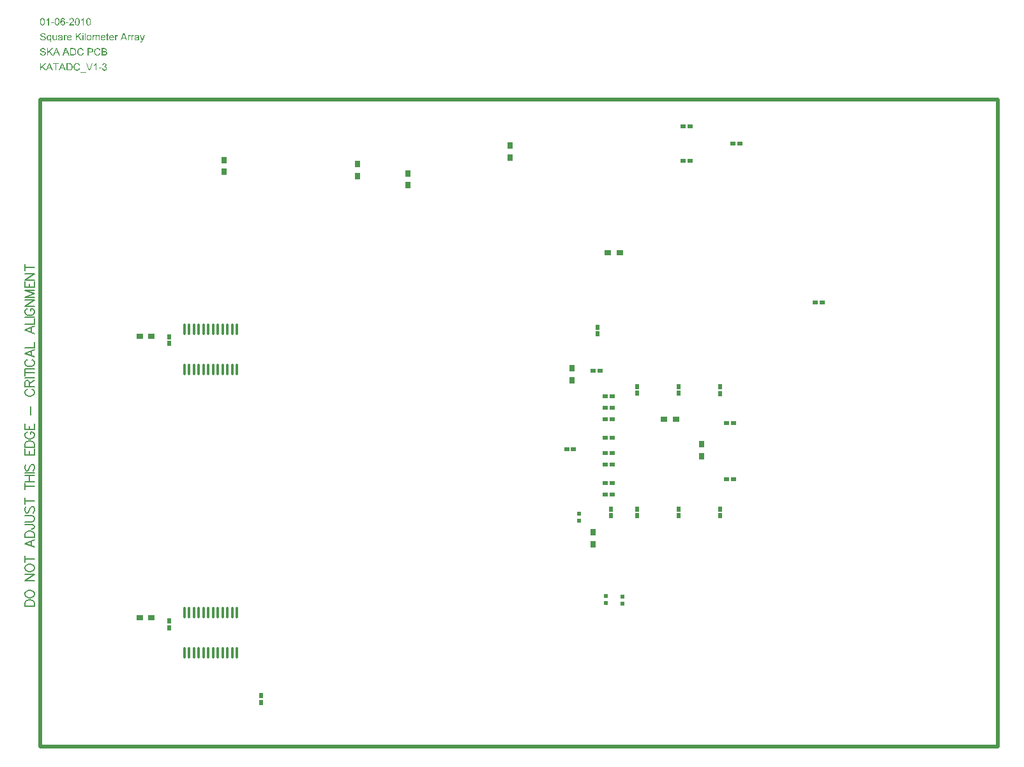
<source format=gbp>
%FSLAX44Y44*%
%MOMM*%
G71*
G01*
G75*
G04 Layer_Color=128*
%ADD10C,0.1524*%
%ADD11C,0.1524*%
%ADD12C,0.9672*%
%ADD13R,1.5240X0.4064*%
%ADD14C,1.5000*%
%ADD15R,0.6000X1.5500*%
%ADD16R,1.0500X0.3500*%
%ADD17R,0.3500X1.0500*%
%ADD18R,3.2500X3.2500*%
%ADD19R,1.1500X0.6000*%
%ADD20R,0.5000X0.4500*%
%ADD21R,1.2500X2.0500*%
%ADD22R,0.6000X1.1000*%
%ADD23R,1.1500X0.4000*%
%ADD24R,0.6000X1.0500*%
%ADD25O,1.6000X0.3000*%
%ADD26O,0.3000X1.6000*%
%ADD27R,5.0000X5.0000*%
%ADD28R,0.8636X1.2700*%
%ADD29R,2.5000X2.5000*%
%ADD30O,1.2000X0.4000*%
%ADD31R,1.5500X1.0000*%
%ADD32R,0.6000X0.6000*%
%ADD33R,1.2700X3.4290*%
%ADD34R,0.6000X0.7000*%
%ADD35R,0.9000X1.0000*%
%ADD36R,1.3000X1.2000*%
%ADD37R,0.7000X0.8000*%
%ADD38R,2.2860X1.9050*%
%ADD39R,0.7620X0.9652*%
%ADD40R,2.7000X1.3500*%
%ADD41R,0.6000X0.6500*%
%ADD42R,3.4500X0.9500*%
%ADD43R,0.7000X0.3000*%
%ADD44R,0.3000X0.7000*%
%ADD45R,2.9500X2.9500*%
%ADD46R,0.8890X1.2954*%
%ADD47R,1.1938X1.2954*%
%ADD48C,1.0000*%
%ADD49R,1.3500X2.7000*%
%ADD50R,0.6500X0.6000*%
%ADD51R,0.9500X3.4500*%
G04:AMPARAMS|DCode=52|XSize=0.65mm|YSize=0.6mm|CornerRadius=0mm|HoleSize=0mm|Usage=FLASHONLY|Rotation=315.000|XOffset=0mm|YOffset=0mm|HoleType=Round|Shape=Rectangle|*
%AMROTATEDRECTD52*
4,1,4,-0.4419,0.0177,-0.0177,0.4419,0.4419,-0.0177,0.0177,-0.4419,-0.4419,0.0177,0.0*
%
%ADD52ROTATEDRECTD52*%

G04:AMPARAMS|DCode=53|XSize=0.65mm|YSize=0.6mm|CornerRadius=0mm|HoleSize=0mm|Usage=FLASHONLY|Rotation=45.000|XOffset=0mm|YOffset=0mm|HoleType=Round|Shape=Rectangle|*
%AMROTATEDRECTD53*
4,1,4,-0.0177,-0.4419,-0.4419,-0.0177,0.0177,0.4419,0.4419,0.0177,-0.0177,-0.4419,0.0*
%
%ADD53ROTATEDRECTD53*%

%ADD54R,0.9652X0.7620*%
%ADD55P,0.8485X4X90.0*%
%ADD56P,0.8485X4X360.0*%
%ADD57R,0.6000X0.6000*%
%ADD58R,1.0500X0.6000*%
%ADD59R,3.2500X3.2500*%
%ADD60C,0.3000*%
%ADD61C,0.5000*%
%ADD62C,0.5080*%
%ADD63C,0.3048*%
%ADD64C,0.3500*%
%ADD65C,0.4001*%
%ADD66C,0.3500*%
%ADD67C,0.3000*%
%ADD68C,0.2540*%
%ADD69C,0.4501*%
%ADD70C,0.4432*%
%ADD71C,0.3810*%
%ADD72C,0.6000*%
%ADD73C,0.5999*%
%ADD74C,0.4433*%
%ADD75C,0.2851*%
%ADD76C,0.8636*%
%ADD77C,0.4521*%
%ADD78C,0.2845*%
%ADD79C,0.1270*%
%ADD80C,0.6350*%
%ADD81C,1.5240*%
%ADD82C,1.0500*%
%ADD83C,6.3500*%
%ADD84C,0.6500*%
%ADD85C,0.5500*%
%ADD86C,3.3020*%
%ADD87C,0.5099*%
%ADD88C,0.5499*%
%ADD89C,1.0000*%
%ADD90C,1.9160*%
%ADD91C,1.6160*%
%ADD92C,1.2660*%
%ADD93C,2.2160*%
%ADD94C,4.8160*%
%ADD95C,3.2160*%
%ADD96C,0.5001*%
%ADD97O,0.3302X1.6510*%
%ADD98C,0.2000*%
%ADD99C,0.3302*%
%ADD100C,0.2500*%
%ADD101C,0.2300*%
%ADD102C,0.2499*%
%ADD103C,0.1000*%
%ADD104R,0.8000X0.9000*%
%ADD105R,1.6440X0.5264*%
%ADD106C,3.5000*%
%ADD107R,0.7000X1.6500*%
%ADD108R,1.1700X0.4700*%
%ADD109R,0.4700X1.1700*%
%ADD110R,3.3700X3.3700*%
%ADD111R,1.2700X0.7200*%
%ADD112R,0.6200X0.5700*%
%ADD113R,1.3700X2.1700*%
%ADD114R,0.7200X1.2200*%
%ADD115R,1.2700X0.5200*%
%ADD116R,0.7200X1.1700*%
%ADD117O,1.7200X0.4200*%
%ADD118O,0.4200X1.7200*%
%ADD119R,5.1200X5.1200*%
%ADD120R,0.9836X1.3900*%
%ADD121R,2.6200X2.6200*%
%ADD122O,1.3200X0.5200*%
%ADD123R,1.6700X1.1200*%
%ADD124R,0.7000X0.7000*%
%ADD125R,1.3716X3.5306*%
%ADD126R,0.7200X0.8200*%
%ADD127R,1.0200X1.1200*%
%ADD128R,1.4200X1.3200*%
%ADD129R,2.4060X2.0250*%
%ADD130R,0.8820X1.0852*%
%ADD131R,2.8000X1.4500*%
%ADD132R,0.7000X0.7500*%
%ADD133R,3.5700X1.0700*%
%ADD134R,0.8200X0.4200*%
%ADD135R,0.4200X0.8200*%
%ADD136R,3.0700X3.0700*%
%ADD137R,1.0090X1.4154*%
%ADD138R,1.3138X1.4154*%
%ADD139C,2.5000*%
%ADD140R,1.4500X2.8000*%
%ADD141R,0.7500X0.7000*%
%ADD142R,1.0700X3.5700*%
G04:AMPARAMS|DCode=143|XSize=0.75mm|YSize=0.7mm|CornerRadius=0mm|HoleSize=0mm|Usage=FLASHONLY|Rotation=315.000|XOffset=0mm|YOffset=0mm|HoleType=Round|Shape=Rectangle|*
%AMROTATEDRECTD143*
4,1,4,-0.5127,0.0177,-0.0177,0.5127,0.5127,-0.0177,0.0177,-0.5127,-0.5127,0.0177,0.0*
%
%ADD143ROTATEDRECTD143*%

G04:AMPARAMS|DCode=144|XSize=0.75mm|YSize=0.7mm|CornerRadius=0mm|HoleSize=0mm|Usage=FLASHONLY|Rotation=45.000|XOffset=0mm|YOffset=0mm|HoleType=Round|Shape=Rectangle|*
%AMROTATEDRECTD144*
4,1,4,-0.0177,-0.5127,-0.5127,-0.0177,0.0177,0.5127,0.5127,0.0177,-0.0177,-0.5127,0.0*
%
%ADD144ROTATEDRECTD144*%

%ADD145R,1.0852X0.8820*%
%ADD146P,0.9900X4X90.0*%
%ADD147P,0.9900X4X360.0*%
%ADD148R,0.7000X0.7000*%
%ADD149R,1.1700X0.7200*%
%ADD150R,3.3700X3.3700*%
%ADD151C,0.7550*%
%ADD152C,1.6440*%
%ADD153C,1.1700*%
%ADD154C,6.4700*%
%ADD155C,0.6699*%
%ADD156O,0.4502X1.7710*%
G36*
X115613Y937430D02*
X114176D01*
X113063Y940342D01*
X109039D01*
X107990Y937430D01*
X106653D01*
X110314Y947040D01*
X111701D01*
X115613Y937430D01*
D02*
G37*
G36*
X128697Y944528D02*
X128897Y944516D01*
X129122Y944491D01*
X129372Y944453D01*
X129597Y944403D01*
X129822Y944328D01*
X129834D01*
X129847Y944316D01*
X129909Y944291D01*
X130009Y944241D01*
X130134Y944178D01*
X130272Y944103D01*
X130409Y944016D01*
X130534Y943903D01*
X130646Y943791D01*
X130659Y943778D01*
X130684Y943741D01*
X130734Y943666D01*
X130796Y943578D01*
X130859Y943466D01*
X130921Y943328D01*
X130971Y943178D01*
X131021Y943004D01*
Y942991D01*
X131034Y942941D01*
X131046Y942866D01*
X131059Y942754D01*
Y942604D01*
X131071Y942416D01*
X131084Y942191D01*
Y941916D01*
Y940342D01*
Y940329D01*
Y940267D01*
Y940192D01*
Y940079D01*
Y939954D01*
Y939804D01*
Y939642D01*
X131096Y939467D01*
Y939117D01*
X131109Y938780D01*
X131121Y938617D01*
Y938480D01*
X131134Y938367D01*
X131146Y938267D01*
Y938242D01*
X131159Y938192D01*
X131184Y938105D01*
X131209Y938005D01*
X131259Y937867D01*
X131309Y937730D01*
X131371Y937580D01*
X131446Y937430D01*
X130209D01*
X130197Y937442D01*
X130184Y937493D01*
X130147Y937568D01*
X130122Y937680D01*
X130072Y937805D01*
X130047Y937955D01*
X130009Y938117D01*
X129984Y938305D01*
X129972D01*
X129959Y938280D01*
X129922Y938255D01*
X129872Y938217D01*
X129747Y938117D01*
X129572Y937992D01*
X129384Y937867D01*
X129172Y937730D01*
X128934Y937605D01*
X128709Y937505D01*
X128697D01*
X128685Y937493D01*
X128647Y937480D01*
X128610Y937467D01*
X128485Y937430D01*
X128322Y937393D01*
X128135Y937355D01*
X127910Y937318D01*
X127672Y937292D01*
X127422Y937280D01*
X127310D01*
X127235Y937292D01*
X127135D01*
X127022Y937305D01*
X126772Y937355D01*
X126485Y937418D01*
X126198Y937517D01*
X125910Y937655D01*
X125785Y937730D01*
X125660Y937830D01*
X125648Y937842D01*
X125635Y937855D01*
X125560Y937930D01*
X125473Y938055D01*
X125360Y938217D01*
X125248Y938430D01*
X125148Y938667D01*
X125073Y938942D01*
X125060Y939092D01*
X125048Y939255D01*
Y939279D01*
Y939342D01*
X125060Y939442D01*
X125073Y939567D01*
X125098Y939704D01*
X125148Y939867D01*
X125198Y940029D01*
X125273Y940192D01*
X125285Y940217D01*
X125310Y940267D01*
X125373Y940342D01*
X125435Y940442D01*
X125523Y940542D01*
X125635Y940654D01*
X125748Y940767D01*
X125885Y940867D01*
X125898Y940879D01*
X125948Y940904D01*
X126035Y940954D01*
X126135Y941017D01*
X126260Y941079D01*
X126398Y941142D01*
X126560Y941204D01*
X126735Y941254D01*
X126748D01*
X126798Y941266D01*
X126885Y941292D01*
X126997Y941304D01*
X127147Y941341D01*
X127322Y941367D01*
X127535Y941392D01*
X127785Y941429D01*
X127797D01*
X127847Y941441D01*
X127922D01*
X128022Y941467D01*
X128135Y941479D01*
X128272Y941491D01*
X128422Y941516D01*
X128584Y941541D01*
X128922Y941604D01*
X129272Y941679D01*
X129597Y941754D01*
X129747Y941804D01*
X129884Y941841D01*
Y941854D01*
Y941879D01*
Y941916D01*
X129897Y941966D01*
Y942066D01*
Y942116D01*
Y942141D01*
Y942154D01*
Y942179D01*
Y942216D01*
Y942254D01*
X129884Y942391D01*
X129859Y942541D01*
X129809Y942716D01*
X129759Y942879D01*
X129672Y943041D01*
X129559Y943166D01*
X129534Y943178D01*
X129472Y943229D01*
X129372Y943291D01*
X129222Y943366D01*
X129022Y943441D01*
X128797Y943503D01*
X128522Y943553D01*
X128210Y943566D01*
X128072D01*
X127922Y943553D01*
X127747Y943528D01*
X127535Y943491D01*
X127335Y943441D01*
X127135Y943366D01*
X126972Y943266D01*
X126960Y943253D01*
X126910Y943216D01*
X126835Y943141D01*
X126760Y943029D01*
X126660Y942891D01*
X126573Y942716D01*
X126473Y942491D01*
X126398Y942241D01*
X125248Y942404D01*
Y942416D01*
X125260Y942441D01*
Y942479D01*
X125273Y942529D01*
X125310Y942666D01*
X125373Y942829D01*
X125435Y943016D01*
X125523Y943216D01*
X125635Y943416D01*
X125760Y943591D01*
X125773Y943616D01*
X125823Y943666D01*
X125910Y943741D01*
X126023Y943853D01*
X126173Y943966D01*
X126348Y944078D01*
X126560Y944191D01*
X126798Y944291D01*
X126810D01*
X126835Y944303D01*
X126873Y944316D01*
X126923Y944328D01*
X126985Y944353D01*
X127060Y944366D01*
X127260Y944416D01*
X127485Y944466D01*
X127760Y944503D01*
X128060Y944528D01*
X128385Y944541D01*
X128610D01*
X128697Y944528D01*
D02*
G37*
G36*
X22174Y937430D02*
X21124D01*
Y938455D01*
X21112Y938442D01*
X21087Y938405D01*
X21037Y938342D01*
X20975Y938267D01*
X20887Y938180D01*
X20787Y938080D01*
X20675Y937980D01*
X20537Y937867D01*
X20387Y937755D01*
X20225Y937655D01*
X20037Y937555D01*
X19850Y937467D01*
X19637Y937393D01*
X19412Y937330D01*
X19162Y937292D01*
X18913Y937280D01*
X18813D01*
X18688Y937292D01*
X18538Y937305D01*
X18363Y937330D01*
X18175Y937380D01*
X17963Y937430D01*
X17763Y937505D01*
X17738Y937517D01*
X17675Y937542D01*
X17576Y937605D01*
X17463Y937667D01*
X17338Y937755D01*
X17200Y937855D01*
X17076Y937967D01*
X16963Y938092D01*
X16951Y938105D01*
X16926Y938155D01*
X16876Y938230D01*
X16826Y938342D01*
X16763Y938467D01*
X16701Y938617D01*
X16651Y938792D01*
X16601Y938980D01*
Y938992D01*
X16588Y939042D01*
X16576Y939130D01*
Y939255D01*
X16563Y939405D01*
X16551Y939592D01*
X16538Y939817D01*
Y940079D01*
Y944391D01*
X17713D01*
Y940529D01*
Y940517D01*
Y940492D01*
Y940442D01*
Y940379D01*
Y940304D01*
Y940217D01*
X17725Y940029D01*
Y939817D01*
X17738Y939617D01*
X17750Y939429D01*
X17763Y939342D01*
X17775Y939279D01*
Y939255D01*
X17800Y939204D01*
X17825Y939117D01*
X17875Y939017D01*
X17938Y938905D01*
X18025Y938780D01*
X18125Y938667D01*
X18250Y938555D01*
X18263Y938542D01*
X18313Y938517D01*
X18388Y938467D01*
X18500Y938430D01*
X18625Y938380D01*
X18775Y938330D01*
X18950Y938305D01*
X19138Y938292D01*
X19225D01*
X19338Y938305D01*
X19462Y938330D01*
X19612Y938355D01*
X19787Y938405D01*
X19962Y938467D01*
X20137Y938555D01*
X20162Y938567D01*
X20212Y938605D01*
X20300Y938667D01*
X20400Y938755D01*
X20512Y938855D01*
X20612Y938980D01*
X20712Y939130D01*
X20800Y939292D01*
X20812Y939317D01*
X20837Y939380D01*
X20862Y939492D01*
X20900Y939642D01*
X20937Y939829D01*
X20975Y940067D01*
X20987Y940342D01*
X21000Y940654D01*
Y944391D01*
X22174D01*
Y937430D01*
D02*
G37*
G36*
X60227D02*
X59052D01*
Y947040D01*
X60227D01*
Y937430D01*
D02*
G37*
G36*
X89544Y944391D02*
X90732D01*
Y943478D01*
X89544D01*
Y939405D01*
Y939380D01*
Y939317D01*
Y939230D01*
X89557Y939130D01*
Y939017D01*
X89570Y938905D01*
X89582Y938817D01*
X89594Y938742D01*
X89607Y938717D01*
X89644Y938667D01*
X89707Y938592D01*
X89795Y938517D01*
X89807D01*
X89819Y938505D01*
X89857Y938492D01*
X89907Y938480D01*
X90032Y938455D01*
X90207Y938442D01*
X90344D01*
X90419Y938455D01*
X90519D01*
X90619Y938467D01*
X90732Y938480D01*
X90894Y937442D01*
X90869D01*
X90807Y937430D01*
X90719Y937418D01*
X90594Y937393D01*
X90457Y937380D01*
X90307Y937355D01*
X89994Y937343D01*
X89894D01*
X89769Y937355D01*
X89632Y937367D01*
X89469Y937393D01*
X89307Y937430D01*
X89145Y937480D01*
X89007Y937542D01*
X88995Y937555D01*
X88945Y937580D01*
X88895Y937617D01*
X88820Y937680D01*
X88732Y937755D01*
X88645Y937855D01*
X88570Y937955D01*
X88507Y938067D01*
Y938080D01*
X88482Y938142D01*
X88470Y938230D01*
X88445Y938367D01*
X88432Y938455D01*
X88420Y938555D01*
X88407Y938667D01*
X88395Y938805D01*
X88382Y938942D01*
Y939105D01*
X88370Y939279D01*
Y939467D01*
Y943478D01*
X87495D01*
Y944391D01*
X88370D01*
Y946103D01*
X89544Y946815D01*
Y944391D01*
D02*
G37*
G36*
X27273Y944528D02*
X27473Y944516D01*
X27698Y944491D01*
X27948Y944453D01*
X28173Y944403D01*
X28398Y944328D01*
X28410D01*
X28423Y944316D01*
X28485Y944291D01*
X28585Y944241D01*
X28710Y944178D01*
X28848Y944103D01*
X28985Y944016D01*
X29110Y943903D01*
X29223Y943791D01*
X29235Y943778D01*
X29260Y943741D01*
X29310Y943666D01*
X29372Y943578D01*
X29435Y943466D01*
X29497Y943328D01*
X29547Y943178D01*
X29597Y943004D01*
Y942991D01*
X29610Y942941D01*
X29622Y942866D01*
X29635Y942754D01*
Y942604D01*
X29647Y942416D01*
X29660Y942191D01*
Y941916D01*
Y940342D01*
Y940329D01*
Y940267D01*
Y940192D01*
Y940079D01*
Y939954D01*
Y939804D01*
Y939642D01*
X29672Y939467D01*
Y939117D01*
X29685Y938780D01*
X29697Y938617D01*
Y938480D01*
X29710Y938367D01*
X29722Y938267D01*
Y938242D01*
X29735Y938192D01*
X29760Y938105D01*
X29785Y938005D01*
X29835Y937867D01*
X29885Y937730D01*
X29947Y937580D01*
X30022Y937430D01*
X28785D01*
X28773Y937442D01*
X28760Y937493D01*
X28723Y937568D01*
X28698Y937680D01*
X28648Y937805D01*
X28623Y937955D01*
X28585Y938117D01*
X28560Y938305D01*
X28548D01*
X28535Y938280D01*
X28498Y938255D01*
X28448Y938217D01*
X28323Y938117D01*
X28148Y937992D01*
X27960Y937867D01*
X27748Y937730D01*
X27510Y937605D01*
X27285Y937505D01*
X27273D01*
X27260Y937493D01*
X27223Y937480D01*
X27185Y937467D01*
X27060Y937430D01*
X26898Y937393D01*
X26711Y937355D01*
X26486Y937318D01*
X26248Y937292D01*
X25998Y937280D01*
X25886D01*
X25811Y937292D01*
X25711D01*
X25598Y937305D01*
X25348Y937355D01*
X25061Y937418D01*
X24774Y937517D01*
X24486Y937655D01*
X24361Y937730D01*
X24236Y937830D01*
X24224Y937842D01*
X24211Y937855D01*
X24136Y937930D01*
X24049Y938055D01*
X23936Y938217D01*
X23824Y938430D01*
X23724Y938667D01*
X23649Y938942D01*
X23636Y939092D01*
X23624Y939255D01*
Y939279D01*
Y939342D01*
X23636Y939442D01*
X23649Y939567D01*
X23674Y939704D01*
X23724Y939867D01*
X23774Y940029D01*
X23849Y940192D01*
X23861Y940217D01*
X23886Y940267D01*
X23949Y940342D01*
X24011Y940442D01*
X24099Y940542D01*
X24211Y940654D01*
X24324Y940767D01*
X24461Y940867D01*
X24474Y940879D01*
X24524Y940904D01*
X24611Y940954D01*
X24711Y941017D01*
X24836Y941079D01*
X24974Y941142D01*
X25136Y941204D01*
X25311Y941254D01*
X25324D01*
X25373Y941266D01*
X25461Y941292D01*
X25573Y941304D01*
X25723Y941341D01*
X25898Y941367D01*
X26111Y941392D01*
X26361Y941429D01*
X26373D01*
X26423Y941441D01*
X26498D01*
X26598Y941467D01*
X26711Y941479D01*
X26848Y941491D01*
X26998Y941516D01*
X27160Y941541D01*
X27498Y941604D01*
X27848Y941679D01*
X28173Y941754D01*
X28323Y941804D01*
X28460Y941841D01*
Y941854D01*
Y941879D01*
Y941916D01*
X28473Y941966D01*
Y942066D01*
Y942116D01*
Y942141D01*
Y942154D01*
Y942179D01*
Y942216D01*
Y942254D01*
X28460Y942391D01*
X28435Y942541D01*
X28385Y942716D01*
X28335Y942879D01*
X28248Y943041D01*
X28135Y943166D01*
X28110Y943178D01*
X28048Y943229D01*
X27948Y943291D01*
X27798Y943366D01*
X27598Y943441D01*
X27373Y943503D01*
X27098Y943553D01*
X26786Y943566D01*
X26648D01*
X26498Y943553D01*
X26323Y943528D01*
X26111Y943491D01*
X25911Y943441D01*
X25711Y943366D01*
X25548Y943266D01*
X25536Y943253D01*
X25486Y943216D01*
X25411Y943141D01*
X25336Y943029D01*
X25236Y942891D01*
X25148Y942716D01*
X25048Y942491D01*
X24974Y942241D01*
X23824Y942404D01*
Y942416D01*
X23836Y942441D01*
Y942479D01*
X23849Y942529D01*
X23886Y942666D01*
X23949Y942829D01*
X24011Y943016D01*
X24099Y943216D01*
X24211Y943416D01*
X24336Y943591D01*
X24349Y943616D01*
X24399Y943666D01*
X24486Y943741D01*
X24599Y943853D01*
X24749Y943966D01*
X24924Y944078D01*
X25136Y944191D01*
X25373Y944291D01*
X25386D01*
X25411Y944303D01*
X25448Y944316D01*
X25498Y944328D01*
X25561Y944353D01*
X25636Y944366D01*
X25836Y944416D01*
X26061Y944466D01*
X26336Y944503D01*
X26636Y944528D01*
X26961Y944541D01*
X27185D01*
X27273Y944528D01*
D02*
G37*
G36*
X57265Y937430D02*
X56091D01*
Y944391D01*
X57265D01*
Y937430D01*
D02*
G37*
G36*
X135970Y937318D02*
Y937305D01*
X135958Y937268D01*
X135933Y937205D01*
X135895Y937130D01*
X135870Y937043D01*
X135820Y936930D01*
X135733Y936693D01*
X135620Y936430D01*
X135508Y936168D01*
X135408Y935930D01*
X135358Y935830D01*
X135308Y935743D01*
X135295Y935718D01*
X135258Y935656D01*
X135183Y935543D01*
X135095Y935418D01*
X134995Y935281D01*
X134870Y935143D01*
X134733Y935006D01*
X134583Y934893D01*
X134571Y934881D01*
X134508Y934856D01*
X134433Y934806D01*
X134308Y934756D01*
X134171Y934706D01*
X134008Y934656D01*
X133821Y934631D01*
X133621Y934618D01*
X133558D01*
X133483Y934631D01*
X133396Y934643D01*
X133283Y934656D01*
X133146Y934681D01*
X133008Y934718D01*
X132858Y934768D01*
X132733Y935868D01*
X132746D01*
X132796Y935855D01*
X132871Y935830D01*
X132958Y935818D01*
X133058Y935793D01*
X133171Y935768D01*
X133396Y935755D01*
X133458D01*
X133533Y935768D01*
X133621D01*
X133833Y935818D01*
X133933Y935843D01*
X134021Y935893D01*
X134033D01*
X134058Y935918D01*
X134108Y935943D01*
X134158Y935980D01*
X134283Y936093D01*
X134408Y936255D01*
Y936268D01*
X134433Y936293D01*
X134458Y936343D01*
X134495Y936430D01*
X134545Y936555D01*
X134608Y936705D01*
X134683Y936905D01*
X134720Y937018D01*
X134770Y937143D01*
X134783Y937155D01*
X134795Y937218D01*
X134833Y937305D01*
X134883Y937430D01*
X132234Y944391D01*
X133483D01*
X134945Y940367D01*
Y940354D01*
X134958Y940329D01*
X134970Y940292D01*
X134995Y940229D01*
X135020Y940167D01*
X135045Y940079D01*
X135108Y939879D01*
X135183Y939642D01*
X135270Y939367D01*
X135358Y939067D01*
X135445Y938755D01*
Y938767D01*
X135458Y938792D01*
X135470Y938830D01*
X135483Y938892D01*
X135508Y938967D01*
X135533Y939055D01*
X135583Y939255D01*
X135658Y939492D01*
X135745Y939754D01*
X135845Y940042D01*
X135945Y940329D01*
X137432Y944391D01*
X138607D01*
X135970Y937318D01*
D02*
G37*
G36*
X119274Y944516D02*
X119424Y944491D01*
X119612Y944441D01*
X119824Y944378D01*
X120037Y944278D01*
X120274Y944153D01*
X119862Y943066D01*
X119837Y943079D01*
X119787Y943103D01*
X119699Y943141D01*
X119587Y943191D01*
X119462Y943241D01*
X119312Y943279D01*
X119149Y943304D01*
X118987Y943316D01*
X118925D01*
X118849Y943304D01*
X118750Y943291D01*
X118650Y943253D01*
X118525Y943216D01*
X118412Y943154D01*
X118287Y943079D01*
X118275Y943066D01*
X118237Y943041D01*
X118187Y942979D01*
X118125Y942904D01*
X118050Y942816D01*
X117975Y942704D01*
X117912Y942579D01*
X117850Y942429D01*
Y942416D01*
X117837Y942404D01*
Y942366D01*
X117825Y942316D01*
X117787Y942191D01*
X117762Y942029D01*
X117725Y941816D01*
X117687Y941591D01*
X117675Y941329D01*
X117662Y941054D01*
Y937430D01*
X116488D01*
Y944391D01*
X117550D01*
Y943328D01*
X117562Y943354D01*
X117587Y943391D01*
X117612Y943441D01*
X117700Y943566D01*
X117787Y943716D01*
X117900Y943891D01*
X118025Y944053D01*
X118162Y944191D01*
X118287Y944303D01*
X118300Y944316D01*
X118350Y944341D01*
X118425Y944378D01*
X118512Y944428D01*
X118625Y944466D01*
X118762Y944503D01*
X118899Y944528D01*
X119050Y944541D01*
X119149D01*
X119274Y944516D01*
D02*
G37*
G36*
X123748D02*
X123898Y944491D01*
X124086Y944441D01*
X124298Y944378D01*
X124511Y944278D01*
X124748Y944153D01*
X124336Y943066D01*
X124311Y943079D01*
X124261Y943103D01*
X124173Y943141D01*
X124061Y943191D01*
X123936Y943241D01*
X123786Y943279D01*
X123623Y943304D01*
X123461Y943316D01*
X123398D01*
X123323Y943304D01*
X123223Y943291D01*
X123123Y943253D01*
X122999Y943216D01*
X122886Y943154D01*
X122761Y943079D01*
X122748Y943066D01*
X122711Y943041D01*
X122661Y942979D01*
X122599Y942904D01*
X122524Y942816D01*
X122449Y942704D01*
X122386Y942579D01*
X122324Y942429D01*
Y942416D01*
X122311Y942404D01*
Y942366D01*
X122299Y942316D01*
X122261Y942191D01*
X122236Y942029D01*
X122199Y941816D01*
X122161Y941591D01*
X122149Y941329D01*
X122136Y941054D01*
Y937430D01*
X120962D01*
Y944391D01*
X122024D01*
Y943328D01*
X122036Y943354D01*
X122061Y943391D01*
X122086Y943441D01*
X122174Y943566D01*
X122261Y943716D01*
X122374Y943891D01*
X122499Y944053D01*
X122636Y944191D01*
X122761Y944303D01*
X122774Y944316D01*
X122823Y944341D01*
X122899Y944378D01*
X122986Y944428D01*
X123098Y944466D01*
X123236Y944503D01*
X123373Y944528D01*
X123523Y944541D01*
X123623D01*
X123748Y944516D01*
D02*
G37*
G36*
X3891Y947190D02*
X3991D01*
X4116Y947178D01*
X4254Y947165D01*
X4541Y947115D01*
X4854Y947053D01*
X5179Y946965D01*
X5491Y946853D01*
X5504D01*
X5529Y946840D01*
X5566Y946815D01*
X5628Y946790D01*
X5778Y946703D01*
X5953Y946590D01*
X6166Y946453D01*
X6366Y946278D01*
X6578Y946065D01*
X6753Y945828D01*
Y945815D01*
X6778Y945803D01*
X6791Y945765D01*
X6828Y945715D01*
X6853Y945653D01*
X6891Y945578D01*
X6978Y945390D01*
X7066Y945165D01*
X7141Y944916D01*
X7203Y944628D01*
X7228Y944328D01*
X6003Y944241D01*
Y944253D01*
Y944278D01*
X5991Y944328D01*
X5978Y944391D01*
X5966Y944466D01*
X5941Y944553D01*
X5878Y944753D01*
X5791Y944966D01*
X5678Y945191D01*
X5529Y945415D01*
X5329Y945603D01*
X5304Y945628D01*
X5266Y945640D01*
X5229Y945678D01*
X5166Y945715D01*
X5091Y945753D01*
X5004Y945790D01*
X4916Y945840D01*
X4804Y945878D01*
X4679Y945915D01*
X4541Y945953D01*
X4391Y945990D01*
X4229Y946028D01*
X4054Y946040D01*
X3866Y946065D01*
X3479D01*
X3379Y946053D01*
X3279Y946040D01*
X3029Y946015D01*
X2754Y945965D01*
X2479Y945890D01*
X2217Y945778D01*
X2092Y945715D01*
X1992Y945640D01*
X1967Y945615D01*
X1904Y945565D01*
X1830Y945478D01*
X1729Y945353D01*
X1629Y945203D01*
X1555Y945028D01*
X1492Y944828D01*
X1467Y944616D01*
Y944591D01*
Y944528D01*
X1492Y944441D01*
X1517Y944316D01*
X1555Y944178D01*
X1617Y944041D01*
X1705Y943903D01*
X1830Y943766D01*
X1855Y943753D01*
X1880Y943728D01*
X1917Y943716D01*
X1967Y943678D01*
X2029Y943641D01*
X2117Y943603D01*
X2204Y943566D01*
X2329Y943516D01*
X2467Y943454D01*
X2617Y943403D01*
X2792Y943341D01*
X2992Y943279D01*
X3217Y943216D01*
X3467Y943154D01*
X3742Y943091D01*
X3754D01*
X3804Y943079D01*
X3891Y943054D01*
X3991Y943029D01*
X4116Y943004D01*
X4266Y942966D01*
X4416Y942929D01*
X4591Y942879D01*
X4941Y942791D01*
X5291Y942691D01*
X5454Y942629D01*
X5616Y942579D01*
X5753Y942529D01*
X5866Y942479D01*
X5878D01*
X5903Y942466D01*
X5941Y942441D01*
X6003Y942404D01*
X6153Y942329D01*
X6341Y942216D01*
X6541Y942066D01*
X6741Y941904D01*
X6941Y941704D01*
X7103Y941491D01*
Y941479D01*
X7116Y941467D01*
X7141Y941429D01*
X7166Y941392D01*
X7228Y941266D01*
X7316Y941104D01*
X7391Y940904D01*
X7453Y940667D01*
X7503Y940417D01*
X7516Y940129D01*
Y940117D01*
Y940092D01*
Y940054D01*
X7503Y940004D01*
Y939929D01*
X7491Y939854D01*
X7466Y939667D01*
X7403Y939442D01*
X7328Y939204D01*
X7216Y938942D01*
X7066Y938692D01*
Y938680D01*
X7041Y938667D01*
X7016Y938630D01*
X6991Y938580D01*
X6878Y938455D01*
X6741Y938305D01*
X6566Y938142D01*
X6353Y937967D01*
X6091Y937792D01*
X5803Y937642D01*
X5791D01*
X5766Y937630D01*
X5716Y937605D01*
X5666Y937580D01*
X5579Y937555D01*
X5491Y937530D01*
X5391Y937493D01*
X5266Y937455D01*
X5004Y937393D01*
X4691Y937330D01*
X4341Y937280D01*
X3966Y937268D01*
X3841D01*
X3754Y937280D01*
X3641D01*
X3504Y937292D01*
X3367Y937305D01*
X3204Y937318D01*
X2867Y937355D01*
X2492Y937430D01*
X2129Y937517D01*
X1779Y937642D01*
X1767D01*
X1742Y937655D01*
X1692Y937680D01*
X1629Y937717D01*
X1567Y937755D01*
X1480Y937805D01*
X1280Y937930D01*
X1055Y938092D01*
X830Y938292D01*
X605Y938530D01*
X405Y938792D01*
Y938805D01*
X380Y938830D01*
X355Y938867D01*
X330Y938930D01*
X292Y939005D01*
X242Y939080D01*
X205Y939180D01*
X155Y939292D01*
X55Y939555D01*
X-33Y939842D01*
X-95Y940179D01*
X-120Y940529D01*
X1080Y940629D01*
Y940617D01*
Y940592D01*
X1092Y940554D01*
Y940504D01*
X1117Y940379D01*
X1155Y940204D01*
X1205Y940017D01*
X1280Y939817D01*
X1367Y939617D01*
X1467Y939429D01*
X1480Y939405D01*
X1530Y939354D01*
X1604Y939267D01*
X1705Y939167D01*
X1842Y939042D01*
X2004Y938917D01*
X2204Y938792D01*
X2429Y938680D01*
X2442D01*
X2454Y938667D01*
X2492Y938655D01*
X2542Y938642D01*
X2604Y938617D01*
X2679Y938592D01*
X2867Y938542D01*
X3079Y938492D01*
X3329Y938442D01*
X3604Y938417D01*
X3904Y938405D01*
X4029D01*
X4166Y938417D01*
X4341Y938430D01*
X4529Y938455D01*
X4754Y938492D01*
X4966Y938542D01*
X5179Y938617D01*
X5191D01*
X5204Y938630D01*
X5266Y938655D01*
X5366Y938705D01*
X5491Y938767D01*
X5628Y938855D01*
X5766Y938955D01*
X5903Y939067D01*
X6016Y939204D01*
X6028Y939217D01*
X6053Y939267D01*
X6103Y939354D01*
X6153Y939454D01*
X6203Y939579D01*
X6253Y939717D01*
X6278Y939867D01*
X6291Y940029D01*
Y940054D01*
Y940104D01*
X6278Y940192D01*
X6253Y940292D01*
X6228Y940417D01*
X6178Y940554D01*
X6103Y940692D01*
X6016Y940817D01*
X6003Y940829D01*
X5966Y940879D01*
X5903Y940942D01*
X5816Y941017D01*
X5691Y941104D01*
X5541Y941191D01*
X5366Y941292D01*
X5154Y941379D01*
X5129Y941392D01*
X5079Y941404D01*
X5029Y941429D01*
X4966Y941441D01*
X4891Y941467D01*
X4791Y941491D01*
X4691Y941529D01*
X4566Y941554D01*
X4429Y941591D01*
X4266Y941641D01*
X4091Y941679D01*
X3891Y941729D01*
X3679Y941779D01*
X3442Y941841D01*
X3429D01*
X3379Y941854D01*
X3317Y941879D01*
X3229Y941891D01*
X3117Y941929D01*
X3004Y941954D01*
X2717Y942041D01*
X2417Y942129D01*
X2104Y942241D01*
X1830Y942341D01*
X1705Y942404D01*
X1592Y942454D01*
X1579D01*
X1567Y942466D01*
X1530Y942491D01*
X1480Y942516D01*
X1355Y942591D01*
X1205Y942704D01*
X1042Y942829D01*
X867Y942979D01*
X705Y943154D01*
X567Y943341D01*
Y943354D01*
X555Y943366D01*
X517Y943441D01*
X467Y943541D01*
X405Y943691D01*
X342Y943866D01*
X292Y944078D01*
X255Y944303D01*
X242Y944541D01*
Y944553D01*
Y944578D01*
Y944616D01*
X255Y944666D01*
X267Y944803D01*
X292Y944991D01*
X342Y945203D01*
X417Y945428D01*
X517Y945665D01*
X655Y945903D01*
Y945915D01*
X680Y945928D01*
X730Y946003D01*
X830Y946128D01*
X955Y946265D01*
X1130Y946415D01*
X1330Y946578D01*
X1579Y946728D01*
X1855Y946865D01*
X1867D01*
X1892Y946878D01*
X1929Y946903D01*
X1992Y946915D01*
X2067Y946940D01*
X2154Y946978D01*
X2254Y947003D01*
X2367Y947040D01*
X2629Y947090D01*
X2929Y947152D01*
X3267Y947190D01*
X3616Y947203D01*
X3792D01*
X3891Y947190D01*
D02*
G37*
G36*
X102129Y944516D02*
X102279Y944491D01*
X102466Y944441D01*
X102679Y944378D01*
X102891Y944278D01*
X103128Y944153D01*
X102716Y943066D01*
X102691Y943079D01*
X102641Y943103D01*
X102554Y943141D01*
X102441Y943191D01*
X102316Y943241D01*
X102166Y943279D01*
X102004Y943304D01*
X101841Y943316D01*
X101779D01*
X101704Y943304D01*
X101604Y943291D01*
X101504Y943253D01*
X101379Y943216D01*
X101266Y943154D01*
X101142Y943079D01*
X101129Y943066D01*
X101092Y943041D01*
X101042Y942979D01*
X100979Y942904D01*
X100904Y942816D01*
X100829Y942704D01*
X100767Y942579D01*
X100704Y942429D01*
Y942416D01*
X100692Y942404D01*
Y942366D01*
X100679Y942316D01*
X100642Y942191D01*
X100617Y942029D01*
X100579Y941816D01*
X100542Y941591D01*
X100529Y941329D01*
X100517Y941054D01*
Y937430D01*
X99342D01*
Y944391D01*
X100404D01*
Y943328D01*
X100417Y943354D01*
X100442Y943391D01*
X100467Y943441D01*
X100554Y943566D01*
X100642Y943716D01*
X100754Y943891D01*
X100879Y944053D01*
X101017Y944191D01*
X101142Y944303D01*
X101154Y944316D01*
X101204Y944341D01*
X101279Y944378D01*
X101367Y944428D01*
X101479Y944466D01*
X101616Y944503D01*
X101754Y944528D01*
X101904Y944541D01*
X102004D01*
X102129Y944516D01*
D02*
G37*
G36*
X50979Y943129D02*
X55191Y937430D01*
X53504D01*
X50080Y942266D01*
X48517Y940754D01*
Y937430D01*
X47243D01*
Y947040D01*
X48517D01*
Y942279D01*
X53291Y947040D01*
X55016D01*
X50979Y943129D01*
D02*
G37*
G36*
X76973Y944528D02*
X77060D01*
X77160Y944516D01*
X77398Y944466D01*
X77648Y944403D01*
X77910Y944303D01*
X78172Y944153D01*
X78285Y944066D01*
X78397Y943966D01*
X78410Y943953D01*
X78422Y943941D01*
X78447Y943903D01*
X78485Y943853D01*
X78522Y943791D01*
X78572Y943716D01*
X78622Y943628D01*
X78685Y943528D01*
X78735Y943416D01*
X78785Y943279D01*
X78835Y943141D01*
X78872Y942979D01*
X78910Y942804D01*
X78935Y942616D01*
X78960Y942404D01*
Y942191D01*
Y937430D01*
X77785D01*
Y941804D01*
Y941816D01*
Y941829D01*
Y941866D01*
Y941916D01*
Y942041D01*
X77772Y942191D01*
X77760Y942354D01*
X77735Y942529D01*
X77710Y942679D01*
X77673Y942816D01*
Y942829D01*
X77648Y942866D01*
X77623Y942929D01*
X77573Y942991D01*
X77523Y943079D01*
X77448Y943154D01*
X77360Y943241D01*
X77248Y943316D01*
X77235Y943328D01*
X77198Y943354D01*
X77135Y943379D01*
X77048Y943416D01*
X76948Y943454D01*
X76823Y943491D01*
X76698Y943503D01*
X76548Y943516D01*
X76473D01*
X76423Y943503D01*
X76285Y943491D01*
X76111Y943454D01*
X75911Y943391D01*
X75711Y943304D01*
X75498Y943178D01*
X75311Y943016D01*
X75286Y942991D01*
X75236Y942929D01*
X75161Y942804D01*
X75073Y942641D01*
X75023Y942541D01*
X74973Y942429D01*
X74936Y942291D01*
X74898Y942154D01*
X74873Y942004D01*
X74848Y941841D01*
X74823Y941654D01*
Y941467D01*
Y937430D01*
X73649D01*
Y941941D01*
Y941954D01*
Y941979D01*
Y942016D01*
Y942066D01*
X73636Y942216D01*
X73611Y942379D01*
X73574Y942579D01*
X73524Y942766D01*
X73461Y942954D01*
X73361Y943116D01*
X73349Y943129D01*
X73311Y943178D01*
X73236Y943241D01*
X73136Y943316D01*
X73011Y943391D01*
X72849Y943454D01*
X72649Y943503D01*
X72424Y943516D01*
X72336D01*
X72249Y943503D01*
X72124Y943478D01*
X71974Y943454D01*
X71824Y943403D01*
X71662Y943341D01*
X71499Y943253D01*
X71487Y943241D01*
X71424Y943204D01*
X71349Y943141D01*
X71262Y943054D01*
X71162Y942954D01*
X71062Y942816D01*
X70962Y942654D01*
X70874Y942479D01*
X70862Y942454D01*
X70849Y942391D01*
X70812Y942266D01*
X70787Y942116D01*
X70749Y941904D01*
X70712Y941654D01*
X70699Y941367D01*
X70687Y941029D01*
Y937430D01*
X69512D01*
Y944391D01*
X70562D01*
Y943403D01*
X70574Y943428D01*
X70624Y943491D01*
X70699Y943578D01*
X70799Y943703D01*
X70924Y943828D01*
X71074Y943966D01*
X71249Y944103D01*
X71437Y944228D01*
X71449D01*
X71462Y944241D01*
X71537Y944278D01*
X71649Y944328D01*
X71799Y944391D01*
X71986Y944441D01*
X72186Y944491D01*
X72424Y944528D01*
X72674Y944541D01*
X72799D01*
X72949Y944528D01*
X73124Y944503D01*
X73324Y944466D01*
X73536Y944403D01*
X73736Y944328D01*
X73936Y944216D01*
X73961Y944203D01*
X74023Y944153D01*
X74111Y944078D01*
X74211Y943978D01*
X74336Y943853D01*
X74448Y943703D01*
X74561Y943516D01*
X74648Y943316D01*
X74661Y943328D01*
X74686Y943366D01*
X74736Y943428D01*
X74798Y943503D01*
X74886Y943603D01*
X74986Y943703D01*
X75098Y943816D01*
X75223Y943928D01*
X75373Y944041D01*
X75536Y944153D01*
X75711Y944253D01*
X75898Y944353D01*
X76111Y944428D01*
X76323Y944491D01*
X76560Y944528D01*
X76798Y944541D01*
X76898D01*
X76973Y944528D01*
D02*
G37*
G36*
X34259Y944516D02*
X34409Y944491D01*
X34596Y944441D01*
X34808Y944378D01*
X35021Y944278D01*
X35258Y944153D01*
X34846Y943066D01*
X34821Y943079D01*
X34771Y943103D01*
X34684Y943141D01*
X34571Y943191D01*
X34446Y943241D01*
X34296Y943279D01*
X34134Y943304D01*
X33971Y943316D01*
X33909D01*
X33834Y943304D01*
X33734Y943291D01*
X33634Y943253D01*
X33509Y943216D01*
X33396Y943154D01*
X33271Y943079D01*
X33259Y943066D01*
X33221Y943041D01*
X33172Y942979D01*
X33109Y942904D01*
X33034Y942816D01*
X32959Y942704D01*
X32896Y942579D01*
X32834Y942429D01*
Y942416D01*
X32822Y942404D01*
Y942366D01*
X32809Y942316D01*
X32772Y942191D01*
X32747Y942029D01*
X32709Y941816D01*
X32672Y941591D01*
X32659Y941329D01*
X32647Y941054D01*
Y937430D01*
X31472D01*
Y944391D01*
X32534D01*
Y943328D01*
X32547Y943354D01*
X32572Y943391D01*
X32597Y943441D01*
X32684Y943566D01*
X32772Y943716D01*
X32884Y943891D01*
X33009Y944053D01*
X33147Y944191D01*
X33271Y944303D01*
X33284Y944316D01*
X33334Y944341D01*
X33409Y944378D01*
X33496Y944428D01*
X33609Y944466D01*
X33746Y944503D01*
X33884Y944528D01*
X34034Y944541D01*
X34134D01*
X34259Y944516D01*
D02*
G37*
G36*
X11777Y957430D02*
X10602D01*
Y964941D01*
X10577Y964928D01*
X10527Y964878D01*
X10427Y964791D01*
X10302Y964691D01*
X10140Y964566D01*
X9940Y964428D01*
X9728Y964278D01*
X9477Y964128D01*
X9465D01*
X9452Y964116D01*
X9415Y964091D01*
X9365Y964066D01*
X9228Y963991D01*
X9065Y963903D01*
X8878Y963803D01*
X8665Y963703D01*
X8453Y963603D01*
X8240Y963516D01*
Y964666D01*
X8253D01*
X8290Y964691D01*
X8340Y964716D01*
X8403Y964753D01*
X8490Y964791D01*
X8590Y964853D01*
X8828Y964978D01*
X9090Y965141D01*
X9390Y965340D01*
X9678Y965553D01*
X9965Y965790D01*
X9977Y965803D01*
X10002Y965815D01*
X10040Y965853D01*
X10090Y965903D01*
X10215Y966028D01*
X10377Y966203D01*
X10540Y966390D01*
X10715Y966615D01*
X10877Y966840D01*
X11015Y967077D01*
X11777D01*
Y957430D01*
D02*
G37*
G36*
X42057Y967065D02*
X42182Y967053D01*
X42319Y967040D01*
X42469Y967015D01*
X42632Y966978D01*
X42981Y966890D01*
X43156Y966828D01*
X43344Y966753D01*
X43531Y966665D01*
X43706Y966553D01*
X43869Y966440D01*
X44031Y966303D01*
X44044Y966290D01*
X44069Y966265D01*
X44106Y966228D01*
X44156Y966165D01*
X44219Y966090D01*
X44294Y966003D01*
X44356Y965903D01*
X44444Y965778D01*
X44519Y965653D01*
X44581Y965503D01*
X44718Y965178D01*
X44769Y965003D01*
X44806Y964816D01*
X44831Y964616D01*
X44844Y964403D01*
Y964378D01*
Y964303D01*
X44831Y964191D01*
X44819Y964041D01*
X44781Y963878D01*
X44743Y963678D01*
X44681Y963478D01*
X44606Y963266D01*
X44594Y963241D01*
X44556Y963166D01*
X44506Y963054D01*
X44419Y962916D01*
X44306Y962741D01*
X44169Y962541D01*
X44006Y962316D01*
X43819Y962091D01*
Y962079D01*
X43794Y962066D01*
X43756Y962029D01*
X43719Y961979D01*
X43656Y961916D01*
X43581Y961841D01*
X43494Y961754D01*
X43381Y961654D01*
X43269Y961542D01*
X43131Y961416D01*
X42981Y961266D01*
X42819Y961117D01*
X42632Y960954D01*
X42444Y960792D01*
X42219Y960604D01*
X41994Y960404D01*
X41982Y960392D01*
X41944Y960367D01*
X41894Y960317D01*
X41819Y960267D01*
X41744Y960192D01*
X41644Y960104D01*
X41432Y959917D01*
X41194Y959717D01*
X40970Y959517D01*
X40869Y959429D01*
X40782Y959342D01*
X40694Y959255D01*
X40632Y959192D01*
X40620Y959180D01*
X40582Y959142D01*
X40532Y959080D01*
X40457Y958992D01*
X40382Y958905D01*
X40295Y958792D01*
X40132Y958567D01*
X44856D01*
Y957430D01*
X38495D01*
Y957455D01*
Y957505D01*
Y957580D01*
X38508Y957692D01*
X38520Y957817D01*
X38545Y957955D01*
X38583Y958092D01*
X38633Y958242D01*
Y958255D01*
X38645Y958267D01*
X38658Y958305D01*
X38682Y958355D01*
X38733Y958480D01*
X38820Y958642D01*
X38932Y958842D01*
X39058Y959055D01*
X39220Y959279D01*
X39407Y959517D01*
X39420Y959529D01*
X39432Y959542D01*
X39470Y959579D01*
X39507Y959629D01*
X39632Y959767D01*
X39807Y959942D01*
X40020Y960154D01*
X40282Y960404D01*
X40595Y960679D01*
X40957Y960979D01*
X40970Y960992D01*
X41020Y961042D01*
X41107Y961104D01*
X41207Y961191D01*
X41332Y961304D01*
X41482Y961429D01*
X41644Y961566D01*
X41807Y961716D01*
X42157Y962041D01*
X42507Y962379D01*
X42669Y962554D01*
X42819Y962716D01*
X42957Y962866D01*
X43069Y963016D01*
X43081Y963029D01*
X43094Y963054D01*
X43119Y963091D01*
X43156Y963141D01*
X43194Y963216D01*
X43244Y963291D01*
X43356Y963478D01*
X43456Y963691D01*
X43544Y963928D01*
X43606Y964191D01*
X43631Y964316D01*
Y964441D01*
Y964453D01*
Y964478D01*
Y964503D01*
X43619Y964553D01*
X43606Y964691D01*
X43569Y964853D01*
X43506Y965041D01*
X43419Y965228D01*
X43294Y965428D01*
X43119Y965615D01*
X43094Y965640D01*
X43031Y965690D01*
X42919Y965765D01*
X42769Y965865D01*
X42582Y965953D01*
X42357Y966028D01*
X42094Y966078D01*
X41807Y966103D01*
X41719D01*
X41669Y966090D01*
X41594D01*
X41507Y966078D01*
X41319Y966040D01*
X41107Y965978D01*
X40869Y965890D01*
X40644Y965765D01*
X40445Y965590D01*
X40420Y965565D01*
X40370Y965503D01*
X40282Y965378D01*
X40195Y965228D01*
X40095Y965016D01*
X40007Y964778D01*
X39957Y964503D01*
X39932Y964178D01*
X38720Y964303D01*
Y964316D01*
X38733Y964366D01*
Y964428D01*
X38745Y964528D01*
X38770Y964641D01*
X38795Y964766D01*
X38832Y964916D01*
X38883Y965066D01*
X38995Y965403D01*
X39070Y965578D01*
X39157Y965740D01*
X39257Y965915D01*
X39370Y966078D01*
X39495Y966228D01*
X39645Y966365D01*
X39657Y966378D01*
X39682Y966390D01*
X39732Y966428D01*
X39795Y966478D01*
X39882Y966528D01*
X39982Y966590D01*
X40095Y966653D01*
X40232Y966728D01*
X40382Y966790D01*
X40545Y966853D01*
X40719Y966915D01*
X40919Y966965D01*
X41119Y967015D01*
X41344Y967053D01*
X41582Y967065D01*
X41832Y967077D01*
X41969D01*
X42057Y967065D01*
D02*
G37*
G36*
X58028Y957430D02*
X56853D01*
Y964941D01*
X56828Y964928D01*
X56778Y964878D01*
X56678Y964791D01*
X56553Y964691D01*
X56391Y964566D01*
X56191Y964428D01*
X55978Y964278D01*
X55728Y964128D01*
X55716D01*
X55703Y964116D01*
X55666Y964091D01*
X55616Y964066D01*
X55478Y963991D01*
X55316Y963903D01*
X55128Y963803D01*
X54916Y963703D01*
X54703Y963603D01*
X54491Y963516D01*
Y964666D01*
X54503D01*
X54541Y964691D01*
X54591Y964716D01*
X54654Y964753D01*
X54741Y964791D01*
X54841Y964853D01*
X55078Y964978D01*
X55341Y965141D01*
X55641Y965340D01*
X55928Y965553D01*
X56216Y965790D01*
X56228Y965803D01*
X56253Y965815D01*
X56290Y965853D01*
X56340Y965903D01*
X56466Y966028D01*
X56628Y966203D01*
X56790Y966390D01*
X56965Y966615D01*
X57128Y966840D01*
X57265Y967077D01*
X58028D01*
Y957430D01*
D02*
G37*
G36*
X64376Y967065D02*
X64451D01*
X64638Y967040D01*
X64851Y967003D01*
X65076Y966940D01*
X65313Y966865D01*
X65538Y966765D01*
X65551D01*
X65563Y966753D01*
X65638Y966703D01*
X65738Y966640D01*
X65876Y966540D01*
X66026Y966403D01*
X66188Y966253D01*
X66350Y966078D01*
X66500Y965865D01*
Y965853D01*
X66513Y965840D01*
X66538Y965803D01*
X66563Y965765D01*
X66625Y965640D01*
X66713Y965465D01*
X66813Y965253D01*
X66913Y965016D01*
X67000Y964728D01*
X67088Y964428D01*
Y964416D01*
X67100Y964391D01*
X67113Y964341D01*
X67125Y964278D01*
X67138Y964191D01*
X67163Y964091D01*
X67175Y963966D01*
X67200Y963828D01*
X67225Y963678D01*
X67238Y963503D01*
X67263Y963328D01*
X67275Y963116D01*
X67288Y962904D01*
X67300Y962679D01*
X67313Y962429D01*
Y962166D01*
Y962141D01*
Y962091D01*
Y962004D01*
Y961879D01*
X67300Y961741D01*
Y961579D01*
X67288Y961392D01*
X67275Y961191D01*
X67225Y960754D01*
X67163Y960292D01*
X67075Y959842D01*
X67025Y959629D01*
X66963Y959429D01*
Y959417D01*
X66950Y959380D01*
X66925Y959330D01*
X66900Y959255D01*
X66863Y959167D01*
X66813Y959067D01*
X66700Y958842D01*
X66550Y958580D01*
X66375Y958317D01*
X66163Y958055D01*
X65913Y957830D01*
X65901D01*
X65888Y957805D01*
X65838Y957780D01*
X65788Y957742D01*
X65726Y957705D01*
X65638Y957655D01*
X65551Y957605D01*
X65438Y957555D01*
X65188Y957442D01*
X64888Y957355D01*
X64551Y957292D01*
X64363Y957280D01*
X64176Y957268D01*
X64113D01*
X64039Y957280D01*
X63951D01*
X63826Y957292D01*
X63701Y957318D01*
X63551Y957355D01*
X63389Y957393D01*
X63214Y957442D01*
X63039Y957505D01*
X62851Y957592D01*
X62664Y957680D01*
X62489Y957792D01*
X62314Y957930D01*
X62151Y958080D01*
X61989Y958255D01*
X61977Y958267D01*
X61952Y958317D01*
X61902Y958380D01*
X61839Y958480D01*
X61777Y958617D01*
X61689Y958780D01*
X61614Y958967D01*
X61527Y959192D01*
X61439Y959454D01*
X61352Y959742D01*
X61264Y960054D01*
X61202Y960417D01*
X61139Y960804D01*
X61089Y961217D01*
X61064Y961679D01*
X61052Y962166D01*
Y962191D01*
Y962241D01*
Y962329D01*
Y962454D01*
X61064Y962591D01*
X61077Y962754D01*
Y962941D01*
X61102Y963141D01*
X61139Y963578D01*
X61202Y964041D01*
X61289Y964491D01*
X61339Y964703D01*
X61402Y964903D01*
Y964916D01*
X61414Y964953D01*
X61439Y965003D01*
X61464Y965078D01*
X61502Y965165D01*
X61552Y965266D01*
X61664Y965503D01*
X61814Y965753D01*
X61989Y966028D01*
X62201Y966290D01*
X62439Y966515D01*
X62452Y966528D01*
X62477Y966540D01*
X62514Y966565D01*
X62564Y966603D01*
X62626Y966640D01*
X62714Y966690D01*
X62801Y966740D01*
X62914Y966803D01*
X63164Y966903D01*
X63464Y966990D01*
X63801Y967053D01*
X63989Y967077D01*
X64301D01*
X64376Y967065D01*
D02*
G37*
G36*
X3204D02*
X3279D01*
X3467Y967040D01*
X3679Y967003D01*
X3904Y966940D01*
X4141Y966865D01*
X4366Y966765D01*
X4379D01*
X4391Y966753D01*
X4466Y966703D01*
X4566Y966640D01*
X4704Y966540D01*
X4854Y966403D01*
X5016Y966253D01*
X5179Y966078D01*
X5329Y965865D01*
Y965853D01*
X5341Y965840D01*
X5366Y965803D01*
X5391Y965765D01*
X5454Y965640D01*
X5541Y965465D01*
X5641Y965253D01*
X5741Y965016D01*
X5828Y964728D01*
X5916Y964428D01*
Y964416D01*
X5928Y964391D01*
X5941Y964341D01*
X5953Y964278D01*
X5966Y964191D01*
X5991Y964091D01*
X6003Y963966D01*
X6028Y963828D01*
X6053Y963678D01*
X6066Y963503D01*
X6091Y963328D01*
X6103Y963116D01*
X6116Y962904D01*
X6128Y962679D01*
X6141Y962429D01*
Y962166D01*
Y962141D01*
Y962091D01*
Y962004D01*
Y961879D01*
X6128Y961741D01*
Y961579D01*
X6116Y961392D01*
X6103Y961191D01*
X6053Y960754D01*
X5991Y960292D01*
X5903Y959842D01*
X5853Y959629D01*
X5791Y959429D01*
Y959417D01*
X5778Y959380D01*
X5753Y959330D01*
X5728Y959255D01*
X5691Y959167D01*
X5641Y959067D01*
X5529Y958842D01*
X5379Y958580D01*
X5204Y958317D01*
X4991Y958055D01*
X4741Y957830D01*
X4729D01*
X4716Y957805D01*
X4666Y957780D01*
X4616Y957742D01*
X4554Y957705D01*
X4466Y957655D01*
X4379Y957605D01*
X4266Y957555D01*
X4016Y957442D01*
X3717Y957355D01*
X3379Y957292D01*
X3192Y957280D01*
X3004Y957268D01*
X2942D01*
X2867Y957280D01*
X2779D01*
X2654Y957292D01*
X2529Y957318D01*
X2379Y957355D01*
X2217Y957393D01*
X2042Y957442D01*
X1867Y957505D01*
X1680Y957592D01*
X1492Y957680D01*
X1317Y957792D01*
X1142Y957930D01*
X980Y958080D01*
X817Y958255D01*
X805Y958267D01*
X780Y958317D01*
X730Y958380D01*
X667Y958480D01*
X605Y958617D01*
X517Y958780D01*
X442Y958967D01*
X355Y959192D01*
X267Y959454D01*
X180Y959742D01*
X92Y960054D01*
X30Y960417D01*
X-33Y960804D01*
X-82Y961217D01*
X-108Y961679D01*
X-120Y962166D01*
Y962191D01*
Y962241D01*
Y962329D01*
Y962454D01*
X-108Y962591D01*
X-95Y962754D01*
Y962941D01*
X-70Y963141D01*
X-33Y963578D01*
X30Y964041D01*
X117Y964491D01*
X167Y964703D01*
X230Y964903D01*
Y964916D01*
X242Y964953D01*
X267Y965003D01*
X292Y965078D01*
X330Y965165D01*
X380Y965266D01*
X492Y965503D01*
X642Y965753D01*
X817Y966028D01*
X1030Y966290D01*
X1267Y966515D01*
X1280Y966528D01*
X1305Y966540D01*
X1342Y966565D01*
X1392Y966603D01*
X1455Y966640D01*
X1542Y966690D01*
X1629Y966740D01*
X1742Y966803D01*
X1992Y966903D01*
X2292Y966990D01*
X2629Y967053D01*
X2817Y967077D01*
X3129D01*
X3204Y967065D01*
D02*
G37*
G36*
X22599D02*
X22674D01*
X22862Y967040D01*
X23074Y967003D01*
X23299Y966940D01*
X23536Y966865D01*
X23761Y966765D01*
X23774D01*
X23786Y966753D01*
X23861Y966703D01*
X23961Y966640D01*
X24099Y966540D01*
X24249Y966403D01*
X24411Y966253D01*
X24574Y966078D01*
X24724Y965865D01*
Y965853D01*
X24736Y965840D01*
X24761Y965803D01*
X24786Y965765D01*
X24849Y965640D01*
X24936Y965465D01*
X25036Y965253D01*
X25136Y965016D01*
X25224Y964728D01*
X25311Y964428D01*
Y964416D01*
X25324Y964391D01*
X25336Y964341D01*
X25348Y964278D01*
X25361Y964191D01*
X25386Y964091D01*
X25398Y963966D01*
X25423Y963828D01*
X25448Y963678D01*
X25461Y963503D01*
X25486Y963328D01*
X25498Y963116D01*
X25511Y962904D01*
X25523Y962679D01*
X25536Y962429D01*
Y962166D01*
Y962141D01*
Y962091D01*
Y962004D01*
Y961879D01*
X25523Y961741D01*
Y961579D01*
X25511Y961392D01*
X25498Y961191D01*
X25448Y960754D01*
X25386Y960292D01*
X25299Y959842D01*
X25248Y959629D01*
X25186Y959429D01*
Y959417D01*
X25173Y959380D01*
X25148Y959330D01*
X25124Y959255D01*
X25086Y959167D01*
X25036Y959067D01*
X24924Y958842D01*
X24774Y958580D01*
X24599Y958317D01*
X24386Y958055D01*
X24136Y957830D01*
X24124D01*
X24111Y957805D01*
X24061Y957780D01*
X24011Y957742D01*
X23949Y957705D01*
X23861Y957655D01*
X23774Y957605D01*
X23661Y957555D01*
X23412Y957442D01*
X23112Y957355D01*
X22774Y957292D01*
X22587Y957280D01*
X22399Y957268D01*
X22337D01*
X22262Y957280D01*
X22174D01*
X22049Y957292D01*
X21924Y957318D01*
X21774Y957355D01*
X21612Y957393D01*
X21437Y957442D01*
X21262Y957505D01*
X21075Y957592D01*
X20887Y957680D01*
X20712Y957792D01*
X20537Y957930D01*
X20375Y958080D01*
X20212Y958255D01*
X20200Y958267D01*
X20175Y958317D01*
X20125Y958380D01*
X20062Y958480D01*
X20000Y958617D01*
X19912Y958780D01*
X19837Y958967D01*
X19750Y959192D01*
X19662Y959454D01*
X19575Y959742D01*
X19488Y960054D01*
X19425Y960417D01*
X19362Y960804D01*
X19312Y961217D01*
X19288Y961679D01*
X19275Y962166D01*
Y962191D01*
Y962241D01*
Y962329D01*
Y962454D01*
X19288Y962591D01*
X19300Y962754D01*
Y962941D01*
X19325Y963141D01*
X19362Y963578D01*
X19425Y964041D01*
X19512Y964491D01*
X19562Y964703D01*
X19625Y964903D01*
Y964916D01*
X19637Y964953D01*
X19662Y965003D01*
X19687Y965078D01*
X19725Y965165D01*
X19775Y965266D01*
X19887Y965503D01*
X20037Y965753D01*
X20212Y966028D01*
X20425Y966290D01*
X20662Y966515D01*
X20675Y966528D01*
X20700Y966540D01*
X20737Y966565D01*
X20787Y966603D01*
X20850Y966640D01*
X20937Y966690D01*
X21025Y966740D01*
X21137Y966803D01*
X21387Y966903D01*
X21687Y966990D01*
X22024Y967053D01*
X22212Y967077D01*
X22524D01*
X22599Y967065D01*
D02*
G37*
G36*
X49455D02*
X49530D01*
X49717Y967040D01*
X49930Y967003D01*
X50155Y966940D01*
X50392Y966865D01*
X50617Y966765D01*
X50630D01*
X50642Y966753D01*
X50717Y966703D01*
X50817Y966640D01*
X50954Y966540D01*
X51104Y966403D01*
X51267Y966253D01*
X51429Y966078D01*
X51579Y965865D01*
Y965853D01*
X51592Y965840D01*
X51617Y965803D01*
X51642Y965765D01*
X51704Y965640D01*
X51792Y965465D01*
X51892Y965253D01*
X51992Y965016D01*
X52079Y964728D01*
X52167Y964428D01*
Y964416D01*
X52179Y964391D01*
X52192Y964341D01*
X52204Y964278D01*
X52217Y964191D01*
X52242Y964091D01*
X52254Y963966D01*
X52279Y963828D01*
X52304Y963678D01*
X52317Y963503D01*
X52342Y963328D01*
X52354Y963116D01*
X52366Y962904D01*
X52379Y962679D01*
X52392Y962429D01*
Y962166D01*
Y962141D01*
Y962091D01*
Y962004D01*
Y961879D01*
X52379Y961741D01*
Y961579D01*
X52366Y961392D01*
X52354Y961191D01*
X52304Y960754D01*
X52242Y960292D01*
X52154Y959842D01*
X52104Y959629D01*
X52042Y959429D01*
Y959417D01*
X52029Y959380D01*
X52004Y959330D01*
X51979Y959255D01*
X51942Y959167D01*
X51892Y959067D01*
X51779Y958842D01*
X51629Y958580D01*
X51454Y958317D01*
X51242Y958055D01*
X50992Y957830D01*
X50979D01*
X50967Y957805D01*
X50917Y957780D01*
X50867Y957742D01*
X50804Y957705D01*
X50717Y957655D01*
X50630Y957605D01*
X50517Y957555D01*
X50267Y957442D01*
X49967Y957355D01*
X49630Y957292D01*
X49442Y957280D01*
X49255Y957268D01*
X49192D01*
X49117Y957280D01*
X49030D01*
X48905Y957292D01*
X48780Y957318D01*
X48630Y957355D01*
X48467Y957393D01*
X48293Y957442D01*
X48118Y957505D01*
X47930Y957592D01*
X47743Y957680D01*
X47568Y957792D01*
X47393Y957930D01*
X47230Y958080D01*
X47068Y958255D01*
X47055Y958267D01*
X47030Y958317D01*
X46980Y958380D01*
X46918Y958480D01*
X46856Y958617D01*
X46768Y958780D01*
X46693Y958967D01*
X46606Y959192D01*
X46518Y959454D01*
X46431Y959742D01*
X46343Y960054D01*
X46281Y960417D01*
X46218Y960804D01*
X46168Y961217D01*
X46143Y961679D01*
X46131Y962166D01*
Y962191D01*
Y962241D01*
Y962329D01*
Y962454D01*
X46143Y962591D01*
X46156Y962754D01*
Y962941D01*
X46181Y963141D01*
X46218Y963578D01*
X46281Y964041D01*
X46368Y964491D01*
X46418Y964703D01*
X46481Y964903D01*
Y964916D01*
X46493Y964953D01*
X46518Y965003D01*
X46543Y965078D01*
X46581Y965165D01*
X46631Y965266D01*
X46743Y965503D01*
X46893Y965753D01*
X47068Y966028D01*
X47280Y966290D01*
X47518Y966515D01*
X47530Y966528D01*
X47555Y966540D01*
X47593Y966565D01*
X47643Y966603D01*
X47705Y966640D01*
X47793Y966690D01*
X47880Y966740D01*
X47993Y966803D01*
X48243Y966903D01*
X48542Y966990D01*
X48880Y967053D01*
X49067Y967077D01*
X49380D01*
X49455Y967065D01*
D02*
G37*
G36*
X18288Y960317D02*
X14664D01*
Y961504D01*
X18288D01*
Y960317D01*
D02*
G37*
G36*
X65113Y944528D02*
X65238Y944516D01*
X65376Y944491D01*
X65538Y944466D01*
X65713Y944428D01*
X65888Y944378D01*
X66076Y944303D01*
X66276Y944228D01*
X66475Y944141D01*
X66675Y944028D01*
X66863Y943903D01*
X67050Y943753D01*
X67225Y943591D01*
X67238Y943578D01*
X67263Y943553D01*
X67313Y943491D01*
X67363Y943416D01*
X67438Y943328D01*
X67513Y943204D01*
X67600Y943066D01*
X67688Y942916D01*
X67763Y942741D01*
X67850Y942554D01*
X67925Y942341D01*
X68000Y942104D01*
X68050Y941854D01*
X68100Y941591D01*
X68125Y941304D01*
X68137Y941004D01*
Y940992D01*
Y940942D01*
Y940879D01*
Y940779D01*
X68125Y940667D01*
X68113Y940542D01*
X68100Y940392D01*
X68088Y940242D01*
X68038Y939904D01*
X67963Y939555D01*
X67863Y939204D01*
X67800Y939042D01*
X67725Y938892D01*
Y938880D01*
X67713Y938855D01*
X67688Y938817D01*
X67650Y938767D01*
X67563Y938630D01*
X67425Y938455D01*
X67263Y938267D01*
X67063Y938067D01*
X66825Y937880D01*
X66550Y937705D01*
X66538D01*
X66513Y937692D01*
X66475Y937667D01*
X66413Y937642D01*
X66350Y937605D01*
X66263Y937568D01*
X66051Y937493D01*
X65813Y937418D01*
X65526Y937343D01*
X65213Y937292D01*
X64876Y937280D01*
X64813D01*
X64738Y937292D01*
X64638D01*
X64513Y937305D01*
X64376Y937330D01*
X64214Y937355D01*
X64039Y937393D01*
X63851Y937442D01*
X63664Y937505D01*
X63476Y937580D01*
X63276Y937667D01*
X63076Y937780D01*
X62889Y937905D01*
X62701Y938042D01*
X62526Y938205D01*
X62514Y938217D01*
X62489Y938255D01*
X62439Y938305D01*
X62389Y938380D01*
X62314Y938480D01*
X62239Y938592D01*
X62164Y938730D01*
X62077Y938892D01*
X61989Y939080D01*
X61914Y939279D01*
X61839Y939492D01*
X61764Y939742D01*
X61714Y940004D01*
X61664Y940279D01*
X61639Y940579D01*
X61627Y940904D01*
Y940929D01*
Y940992D01*
X61639Y941092D01*
Y941217D01*
X61664Y941379D01*
X61689Y941566D01*
X61714Y941766D01*
X61764Y941979D01*
X61814Y942216D01*
X61889Y942454D01*
X61977Y942691D01*
X62077Y942929D01*
X62201Y943154D01*
X62339Y943379D01*
X62501Y943578D01*
X62689Y943766D01*
X62701Y943778D01*
X62726Y943803D01*
X62776Y943841D01*
X62851Y943891D01*
X62939Y943941D01*
X63039Y944016D01*
X63164Y944078D01*
X63301Y944153D01*
X63451Y944228D01*
X63614Y944291D01*
X63801Y944366D01*
X63989Y944416D01*
X64201Y944466D01*
X64413Y944503D01*
X64638Y944528D01*
X64876Y944541D01*
X65013D01*
X65113Y944528D01*
D02*
G37*
G36*
X83784D02*
X83896Y944516D01*
X84033Y944491D01*
X84196Y944466D01*
X84358Y944428D01*
X84533Y944378D01*
X84721Y944303D01*
X84908Y944228D01*
X85096Y944141D01*
X85296Y944028D01*
X85483Y943903D01*
X85658Y943753D01*
X85833Y943591D01*
X85845Y943578D01*
X85871Y943541D01*
X85920Y943491D01*
X85970Y943416D01*
X86033Y943316D01*
X86108Y943204D01*
X86195Y943066D01*
X86283Y942904D01*
X86358Y942716D01*
X86445Y942516D01*
X86520Y942304D01*
X86583Y942066D01*
X86633Y941804D01*
X86683Y941529D01*
X86708Y941229D01*
X86720Y940917D01*
Y940892D01*
Y940842D01*
Y940742D01*
X86708Y940604D01*
X81522D01*
Y940592D01*
Y940554D01*
X81534Y940492D01*
X81547Y940417D01*
X81559Y940317D01*
X81572Y940204D01*
X81622Y939954D01*
X81709Y939667D01*
X81821Y939380D01*
X81972Y939105D01*
X82059Y938980D01*
X82159Y938855D01*
X82171Y938842D01*
X82184Y938830D01*
X82221Y938805D01*
X82259Y938767D01*
X82396Y938667D01*
X82559Y938555D01*
X82771Y938442D01*
X83021Y938355D01*
X83309Y938280D01*
X83459Y938267D01*
X83621Y938255D01*
X83734D01*
X83846Y938267D01*
X84008Y938292D01*
X84171Y938342D01*
X84358Y938392D01*
X84546Y938480D01*
X84721Y938592D01*
X84746Y938605D01*
X84796Y938655D01*
X84883Y938742D01*
X84983Y938855D01*
X85096Y939005D01*
X85221Y939204D01*
X85346Y939429D01*
X85446Y939692D01*
X86670Y939529D01*
Y939517D01*
X86658Y939480D01*
X86645Y939429D01*
X86608Y939354D01*
X86583Y939267D01*
X86533Y939155D01*
X86433Y938917D01*
X86283Y938655D01*
X86095Y938380D01*
X85871Y938105D01*
X85608Y937867D01*
X85596D01*
X85570Y937842D01*
X85533Y937817D01*
X85471Y937780D01*
X85396Y937730D01*
X85296Y937680D01*
X85196Y937630D01*
X85071Y937580D01*
X84933Y937517D01*
X84783Y937467D01*
X84621Y937418D01*
X84446Y937367D01*
X84058Y937305D01*
X83846Y937292D01*
X83621Y937280D01*
X83559D01*
X83471Y937292D01*
X83371D01*
X83246Y937305D01*
X83096Y937330D01*
X82921Y937355D01*
X82746Y937393D01*
X82559Y937442D01*
X82359Y937505D01*
X82159Y937580D01*
X81959Y937680D01*
X81759Y937780D01*
X81559Y937905D01*
X81372Y938055D01*
X81197Y938217D01*
X81184Y938230D01*
X81159Y938267D01*
X81109Y938317D01*
X81059Y938392D01*
X80997Y938492D01*
X80922Y938605D01*
X80834Y938742D01*
X80759Y938892D01*
X80672Y939080D01*
X80584Y939267D01*
X80509Y939492D01*
X80447Y939717D01*
X80397Y939979D01*
X80347Y940242D01*
X80322Y940529D01*
X80309Y940842D01*
Y940867D01*
Y940917D01*
X80322Y941017D01*
Y941129D01*
X80334Y941279D01*
X80359Y941454D01*
X80384Y941641D01*
X80422Y941841D01*
X80472Y942054D01*
X80534Y942279D01*
X80597Y942504D01*
X80684Y942729D01*
X80797Y942954D01*
X80909Y943178D01*
X81047Y943379D01*
X81209Y943566D01*
X81222Y943578D01*
X81247Y943603D01*
X81297Y943653D01*
X81372Y943716D01*
X81459Y943791D01*
X81572Y943878D01*
X81697Y943966D01*
X81834Y944053D01*
X81996Y944141D01*
X82171Y944228D01*
X82371Y944316D01*
X82571Y944391D01*
X82796Y944453D01*
X83034Y944503D01*
X83284Y944528D01*
X83546Y944541D01*
X83684D01*
X83784Y944528D01*
D02*
G37*
G36*
X94968D02*
X95081Y944516D01*
X95218Y944491D01*
X95380Y944466D01*
X95543Y944428D01*
X95718Y944378D01*
X95905Y944303D01*
X96093Y944228D01*
X96280Y944141D01*
X96480Y944028D01*
X96668Y943903D01*
X96843Y943753D01*
X97018Y943591D01*
X97030Y943578D01*
X97055Y943541D01*
X97105Y943491D01*
X97155Y943416D01*
X97218Y943316D01*
X97292Y943204D01*
X97380Y943066D01*
X97467Y942904D01*
X97542Y942716D01*
X97630Y942516D01*
X97705Y942304D01*
X97767Y942066D01*
X97817Y941804D01*
X97867Y941529D01*
X97892Y941229D01*
X97905Y940917D01*
Y940892D01*
Y940842D01*
Y940742D01*
X97892Y940604D01*
X92706D01*
Y940592D01*
Y940554D01*
X92719Y940492D01*
X92731Y940417D01*
X92744Y940317D01*
X92756Y940204D01*
X92806Y939954D01*
X92894Y939667D01*
X93006Y939380D01*
X93156Y939105D01*
X93244Y938980D01*
X93344Y938855D01*
X93356Y938842D01*
X93369Y938830D01*
X93406Y938805D01*
X93443Y938767D01*
X93581Y938667D01*
X93743Y938555D01*
X93956Y938442D01*
X94206Y938355D01*
X94493Y938280D01*
X94643Y938267D01*
X94806Y938255D01*
X94918D01*
X95031Y938267D01*
X95193Y938292D01*
X95356Y938342D01*
X95543Y938392D01*
X95730Y938480D01*
X95905Y938592D01*
X95930Y938605D01*
X95980Y938655D01*
X96068Y938742D01*
X96168Y938855D01*
X96280Y939005D01*
X96405Y939204D01*
X96530Y939429D01*
X96630Y939692D01*
X97855Y939529D01*
Y939517D01*
X97842Y939480D01*
X97830Y939429D01*
X97792Y939354D01*
X97767Y939267D01*
X97717Y939155D01*
X97618Y938917D01*
X97467Y938655D01*
X97280Y938380D01*
X97055Y938105D01*
X96793Y937867D01*
X96780D01*
X96755Y937842D01*
X96718Y937817D01*
X96655Y937780D01*
X96580Y937730D01*
X96480Y937680D01*
X96380Y937630D01*
X96255Y937580D01*
X96118Y937517D01*
X95968Y937467D01*
X95805Y937418D01*
X95631Y937367D01*
X95243Y937305D01*
X95031Y937292D01*
X94806Y937280D01*
X94743D01*
X94656Y937292D01*
X94556D01*
X94431Y937305D01*
X94281Y937330D01*
X94106Y937355D01*
X93931Y937393D01*
X93743Y937442D01*
X93544Y937505D01*
X93344Y937580D01*
X93144Y937680D01*
X92944Y937780D01*
X92744Y937905D01*
X92556Y938055D01*
X92381Y938217D01*
X92369Y938230D01*
X92344Y938267D01*
X92294Y938317D01*
X92244Y938392D01*
X92181Y938492D01*
X92106Y938605D01*
X92019Y938742D01*
X91944Y938892D01*
X91856Y939080D01*
X91769Y939267D01*
X91694Y939492D01*
X91631Y939717D01*
X91581Y939979D01*
X91531Y940242D01*
X91507Y940529D01*
X91494Y940842D01*
Y940867D01*
Y940917D01*
X91507Y941017D01*
Y941129D01*
X91519Y941279D01*
X91544Y941454D01*
X91569Y941641D01*
X91607Y941841D01*
X91657Y942054D01*
X91719Y942279D01*
X91782Y942504D01*
X91869Y942729D01*
X91981Y942954D01*
X92094Y943178D01*
X92231Y943379D01*
X92394Y943566D01*
X92406Y943578D01*
X92431Y943603D01*
X92481Y943653D01*
X92556Y943716D01*
X92644Y943791D01*
X92756Y943878D01*
X92881Y943966D01*
X93019Y944053D01*
X93181Y944141D01*
X93356Y944228D01*
X93556Y944316D01*
X93756Y944391D01*
X93981Y944453D01*
X94218Y944503D01*
X94468Y944528D01*
X94731Y944541D01*
X94868D01*
X94968Y944528D01*
D02*
G37*
G36*
X39032D02*
X39145Y944516D01*
X39282Y944491D01*
X39445Y944466D01*
X39607Y944428D01*
X39782Y944378D01*
X39970Y944303D01*
X40157Y944228D01*
X40345Y944141D01*
X40545Y944028D01*
X40732Y943903D01*
X40907Y943753D01*
X41082Y943591D01*
X41094Y943578D01*
X41119Y943541D01*
X41169Y943491D01*
X41219Y943416D01*
X41282Y943316D01*
X41357Y943204D01*
X41444Y943066D01*
X41532Y942904D01*
X41607Y942716D01*
X41694Y942516D01*
X41769Y942304D01*
X41832Y942066D01*
X41882Y941804D01*
X41932Y941529D01*
X41957Y941229D01*
X41969Y940917D01*
Y940892D01*
Y940842D01*
Y940742D01*
X41957Y940604D01*
X36771D01*
Y940592D01*
Y940554D01*
X36783Y940492D01*
X36795Y940417D01*
X36808Y940317D01*
X36820Y940204D01*
X36871Y939954D01*
X36958Y939667D01*
X37071Y939380D01*
X37220Y939105D01*
X37308Y938980D01*
X37408Y938855D01*
X37420Y938842D01*
X37433Y938830D01*
X37470Y938805D01*
X37508Y938767D01*
X37645Y938667D01*
X37808Y938555D01*
X38020Y938442D01*
X38270Y938355D01*
X38558Y938280D01*
X38707Y938267D01*
X38870Y938255D01*
X38983D01*
X39095Y938267D01*
X39257Y938292D01*
X39420Y938342D01*
X39607Y938392D01*
X39795Y938480D01*
X39970Y938592D01*
X39995Y938605D01*
X40045Y938655D01*
X40132Y938742D01*
X40232Y938855D01*
X40345Y939005D01*
X40470Y939204D01*
X40595Y939429D01*
X40694Y939692D01*
X41919Y939529D01*
Y939517D01*
X41907Y939480D01*
X41894Y939429D01*
X41857Y939354D01*
X41832Y939267D01*
X41782Y939155D01*
X41682Y938917D01*
X41532Y938655D01*
X41344Y938380D01*
X41119Y938105D01*
X40857Y937867D01*
X40844D01*
X40820Y937842D01*
X40782Y937817D01*
X40719Y937780D01*
X40644Y937730D01*
X40545Y937680D01*
X40445Y937630D01*
X40320Y937580D01*
X40182Y937517D01*
X40032Y937467D01*
X39870Y937418D01*
X39695Y937367D01*
X39307Y937305D01*
X39095Y937292D01*
X38870Y937280D01*
X38807D01*
X38720Y937292D01*
X38620D01*
X38495Y937305D01*
X38345Y937330D01*
X38170Y937355D01*
X37995Y937393D01*
X37808Y937442D01*
X37608Y937505D01*
X37408Y937580D01*
X37208Y937680D01*
X37008Y937780D01*
X36808Y937905D01*
X36621Y938055D01*
X36446Y938217D01*
X36433Y938230D01*
X36408Y938267D01*
X36358Y938317D01*
X36308Y938392D01*
X36246Y938492D01*
X36171Y938605D01*
X36083Y938742D01*
X36008Y938892D01*
X35921Y939080D01*
X35833Y939267D01*
X35758Y939492D01*
X35696Y939717D01*
X35646Y939979D01*
X35596Y940242D01*
X35571Y940529D01*
X35558Y940842D01*
Y940867D01*
Y940917D01*
X35571Y941017D01*
Y941129D01*
X35583Y941279D01*
X35608Y941454D01*
X35633Y941641D01*
X35671Y941841D01*
X35721Y942054D01*
X35783Y942279D01*
X35846Y942504D01*
X35933Y942729D01*
X36046Y942954D01*
X36158Y943178D01*
X36296Y943379D01*
X36458Y943566D01*
X36471Y943578D01*
X36496Y943603D01*
X36546Y943653D01*
X36621Y943716D01*
X36708Y943791D01*
X36820Y943878D01*
X36946Y943966D01*
X37083Y944053D01*
X37245Y944141D01*
X37420Y944228D01*
X37620Y944316D01*
X37820Y944391D01*
X38045Y944453D01*
X38283Y944503D01*
X38533Y944528D01*
X38795Y944541D01*
X38932D01*
X39032Y944528D01*
D02*
G37*
G36*
X37683Y960317D02*
X34059D01*
Y961504D01*
X37683D01*
Y960317D01*
D02*
G37*
G36*
X30310Y967065D02*
X30410Y967053D01*
X30522Y967040D01*
X30647Y967028D01*
X30785Y967003D01*
X31072Y966928D01*
X31384Y966815D01*
X31547Y966740D01*
X31697Y966653D01*
X31847Y966553D01*
X31984Y966440D01*
X31997Y966428D01*
X32022Y966415D01*
X32047Y966378D01*
X32097Y966328D01*
X32159Y966253D01*
X32222Y966178D01*
X32297Y966090D01*
X32372Y965978D01*
X32447Y965865D01*
X32522Y965728D01*
X32584Y965590D01*
X32659Y965428D01*
X32784Y965091D01*
X32822Y964891D01*
X32859Y964691D01*
X31684Y964603D01*
Y964616D01*
X31672Y964628D01*
Y964666D01*
X31659Y964716D01*
X31622Y964841D01*
X31572Y964991D01*
X31509Y965153D01*
X31422Y965315D01*
X31334Y965465D01*
X31235Y965603D01*
X31209Y965628D01*
X31147Y965678D01*
X31047Y965765D01*
X30910Y965853D01*
X30735Y965940D01*
X30535Y966028D01*
X30297Y966078D01*
X30047Y966103D01*
X29947D01*
X29847Y966090D01*
X29710Y966065D01*
X29560Y966028D01*
X29385Y965965D01*
X29223Y965890D01*
X29048Y965778D01*
X29023Y965765D01*
X28960Y965703D01*
X28860Y965615D01*
X28735Y965478D01*
X28598Y965315D01*
X28448Y965116D01*
X28310Y964878D01*
X28173Y964603D01*
Y964591D01*
X28160Y964566D01*
X28148Y964528D01*
X28123Y964466D01*
X28098Y964378D01*
X28073Y964278D01*
X28048Y964166D01*
X28010Y964041D01*
X27985Y963891D01*
X27960Y963716D01*
X27935Y963541D01*
X27910Y963341D01*
X27885Y963129D01*
X27860Y962891D01*
X27848Y962641D01*
Y962391D01*
X27873Y962404D01*
X27923Y962491D01*
X28010Y962604D01*
X28135Y962741D01*
X28285Y962904D01*
X28460Y963054D01*
X28660Y963216D01*
X28885Y963341D01*
X28898D01*
X28910Y963354D01*
X28948Y963366D01*
X28997Y963391D01*
X29110Y963441D01*
X29272Y963503D01*
X29472Y963566D01*
X29685Y963616D01*
X29922Y963653D01*
X30172Y963666D01*
X30285D01*
X30372Y963653D01*
X30472Y963641D01*
X30597Y963616D01*
X30722Y963591D01*
X30872Y963553D01*
X31022Y963516D01*
X31184Y963454D01*
X31347Y963379D01*
X31522Y963304D01*
X31697Y963191D01*
X31859Y963079D01*
X32022Y962941D01*
X32184Y962791D01*
X32197Y962779D01*
X32222Y962754D01*
X32259Y962704D01*
X32322Y962629D01*
X32384Y962541D01*
X32447Y962441D01*
X32522Y962316D01*
X32609Y962179D01*
X32684Y962029D01*
X32759Y961854D01*
X32822Y961679D01*
X32896Y961479D01*
X32947Y961254D01*
X32984Y961029D01*
X33009Y960792D01*
X33022Y960542D01*
Y960529D01*
Y960504D01*
Y960454D01*
Y960392D01*
X33009Y960304D01*
X32996Y960217D01*
X32971Y959992D01*
X32922Y959742D01*
X32859Y959454D01*
X32759Y959167D01*
X32622Y958867D01*
Y958855D01*
X32609Y958830D01*
X32584Y958792D01*
X32547Y958742D01*
X32459Y958605D01*
X32347Y958430D01*
X32184Y958242D01*
X32009Y958042D01*
X31797Y957855D01*
X31547Y957680D01*
X31534D01*
X31522Y957667D01*
X31484Y957643D01*
X31434Y957617D01*
X31359Y957580D01*
X31284Y957555D01*
X31097Y957480D01*
X30872Y957393D01*
X30610Y957330D01*
X30322Y957280D01*
X30010Y957268D01*
X29947D01*
X29872Y957280D01*
X29760D01*
X29635Y957305D01*
X29497Y957330D01*
X29335Y957355D01*
X29160Y957405D01*
X28972Y957455D01*
X28773Y957530D01*
X28573Y957617D01*
X28373Y957717D01*
X28173Y957842D01*
X27973Y957992D01*
X27785Y958155D01*
X27598Y958342D01*
X27585Y958355D01*
X27560Y958392D01*
X27510Y958455D01*
X27448Y958555D01*
X27385Y958667D01*
X27311Y958817D01*
X27223Y958992D01*
X27136Y959192D01*
X27048Y959429D01*
X26961Y959692D01*
X26886Y959992D01*
X26823Y960304D01*
X26761Y960667D01*
X26711Y961054D01*
X26686Y961467D01*
X26673Y961916D01*
Y961929D01*
Y961954D01*
Y961991D01*
Y962041D01*
Y962104D01*
X26686Y962179D01*
Y962366D01*
X26711Y962604D01*
X26723Y962866D01*
X26761Y963154D01*
X26798Y963466D01*
X26861Y963791D01*
X26923Y964128D01*
X27011Y964466D01*
X27111Y964803D01*
X27223Y965128D01*
X27360Y965428D01*
X27523Y965715D01*
X27698Y965965D01*
X27710Y965978D01*
X27735Y966015D01*
X27785Y966065D01*
X27860Y966140D01*
X27948Y966228D01*
X28060Y966315D01*
X28198Y966415D01*
X28335Y966528D01*
X28498Y966628D01*
X28685Y966728D01*
X28885Y966815D01*
X29097Y966903D01*
X29335Y966978D01*
X29585Y967028D01*
X29847Y967065D01*
X30122Y967077D01*
X30235D01*
X30310Y967065D01*
D02*
G37*
G36*
X11739Y944528D02*
X11827D01*
X11939Y944503D01*
X12064Y944478D01*
X12202Y944453D01*
X12352Y944403D01*
X12514Y944353D01*
X12677Y944278D01*
X12839Y944191D01*
X13014Y944078D01*
X13177Y943953D01*
X13339Y943816D01*
X13489Y943641D01*
X13639Y943454D01*
Y944391D01*
X14701D01*
Y934768D01*
X13527D01*
Y938180D01*
X13514Y938167D01*
X13477Y938117D01*
X13414Y938042D01*
X13326Y937955D01*
X13214Y937855D01*
X13089Y937742D01*
X12927Y937630D01*
X12752Y937530D01*
X12727Y937517D01*
X12664Y937493D01*
X12564Y937455D01*
X12439Y937405D01*
X12289Y937355D01*
X12114Y937318D01*
X11914Y937292D01*
X11715Y937280D01*
X11665D01*
X11589Y937292D01*
X11502D01*
X11402Y937305D01*
X11277Y937330D01*
X11127Y937367D01*
X10977Y937405D01*
X10815Y937455D01*
X10640Y937517D01*
X10465Y937605D01*
X10277Y937692D01*
X10102Y937805D01*
X9915Y937942D01*
X9740Y938092D01*
X9565Y938267D01*
X9553Y938280D01*
X9528Y938317D01*
X9477Y938367D01*
X9427Y938455D01*
X9365Y938555D01*
X9290Y938667D01*
X9203Y938817D01*
X9128Y938980D01*
X9040Y939155D01*
X8953Y939354D01*
X8878Y939579D01*
X8815Y939817D01*
X8765Y940079D01*
X8715Y940354D01*
X8690Y940654D01*
X8678Y940967D01*
Y940979D01*
Y941017D01*
Y941067D01*
Y941142D01*
X8690Y941242D01*
X8703Y941341D01*
Y941467D01*
X8728Y941591D01*
X8765Y941891D01*
X8828Y942204D01*
X8915Y942529D01*
X9040Y942841D01*
Y942854D01*
X9053Y942879D01*
X9078Y942916D01*
X9103Y942979D01*
X9190Y943129D01*
X9303Y943316D01*
X9452Y943516D01*
X9640Y943728D01*
X9852Y943928D01*
X10090Y944103D01*
X10102D01*
X10127Y944128D01*
X10165Y944141D01*
X10215Y944178D01*
X10277Y944203D01*
X10352Y944241D01*
X10540Y944328D01*
X10765Y944403D01*
X11027Y944478D01*
X11315Y944528D01*
X11615Y944541D01*
X11677D01*
X11739Y944528D01*
D02*
G37*
G36*
X49067Y907190D02*
X49192Y907178D01*
X49342Y907165D01*
X49505Y907140D01*
X49680Y907115D01*
X50055Y907028D01*
X50255Y906965D01*
X50467Y906890D01*
X50667Y906803D01*
X50867Y906715D01*
X51067Y906590D01*
X51254Y906465D01*
X51267Y906453D01*
X51292Y906428D01*
X51354Y906390D01*
X51417Y906328D01*
X51492Y906253D01*
X51592Y906165D01*
X51692Y906053D01*
X51804Y905928D01*
X51917Y905790D01*
X52029Y905640D01*
X52142Y905465D01*
X52254Y905291D01*
X52367Y905090D01*
X52467Y904878D01*
X52566Y904641D01*
X52642Y904403D01*
X51392Y904103D01*
Y904116D01*
X51379Y904153D01*
X51354Y904203D01*
X51329Y904278D01*
X51292Y904366D01*
X51254Y904466D01*
X51142Y904691D01*
X51004Y904941D01*
X50842Y905191D01*
X50642Y905428D01*
X50529Y905528D01*
X50417Y905628D01*
X50405D01*
X50392Y905653D01*
X50355Y905678D01*
X50305Y905703D01*
X50242Y905740D01*
X50167Y905778D01*
X49980Y905878D01*
X49742Y905965D01*
X49467Y906040D01*
X49155Y906090D01*
X48805Y906115D01*
X48692D01*
X48618Y906103D01*
X48530D01*
X48418Y906090D01*
X48293Y906065D01*
X48155Y906053D01*
X47868Y905990D01*
X47555Y905890D01*
X47243Y905753D01*
X47093Y905678D01*
X46943Y905578D01*
X46930D01*
X46905Y905553D01*
X46868Y905528D01*
X46818Y905478D01*
X46693Y905366D01*
X46543Y905203D01*
X46368Y905003D01*
X46193Y904753D01*
X46031Y904478D01*
X45906Y904153D01*
Y904141D01*
X45893Y904116D01*
X45881Y904066D01*
X45856Y904003D01*
X45831Y903916D01*
X45806Y903816D01*
X45781Y903703D01*
X45756Y903591D01*
X45706Y903304D01*
X45656Y902991D01*
X45618Y902654D01*
X45606Y902304D01*
Y902291D01*
Y902254D01*
Y902191D01*
Y902104D01*
X45618Y901991D01*
X45631Y901866D01*
Y901729D01*
X45656Y901579D01*
X45693Y901242D01*
X45756Y900892D01*
X45843Y900517D01*
X45956Y900167D01*
Y900154D01*
X45968Y900129D01*
X45993Y900079D01*
X46031Y900017D01*
X46068Y899942D01*
X46106Y899854D01*
X46231Y899654D01*
X46393Y899429D01*
X46581Y899205D01*
X46806Y898992D01*
X47068Y898805D01*
X47080D01*
X47105Y898780D01*
X47143Y898767D01*
X47205Y898730D01*
X47268Y898705D01*
X47355Y898667D01*
X47555Y898580D01*
X47805Y898492D01*
X48080Y898430D01*
X48380Y898380D01*
X48705Y898355D01*
X48805D01*
X48880Y898367D01*
X48980Y898380D01*
X49080Y898392D01*
X49205Y898405D01*
X49330Y898430D01*
X49617Y898505D01*
X49917Y898617D01*
X50080Y898680D01*
X50230Y898767D01*
X50380Y898855D01*
X50517Y898967D01*
X50529Y898980D01*
X50554Y898992D01*
X50592Y899030D01*
X50642Y899080D01*
X50692Y899142D01*
X50767Y899230D01*
X50842Y899317D01*
X50917Y899429D01*
X51004Y899542D01*
X51092Y899679D01*
X51167Y899829D01*
X51254Y899992D01*
X51329Y900179D01*
X51404Y900367D01*
X51467Y900567D01*
X51529Y900792D01*
X52804Y900467D01*
Y900454D01*
X52779Y900404D01*
X52754Y900317D01*
X52729Y900204D01*
X52679Y900079D01*
X52617Y899929D01*
X52554Y899767D01*
X52467Y899579D01*
X52379Y899392D01*
X52267Y899192D01*
X52154Y899005D01*
X52017Y898805D01*
X51879Y898605D01*
X51717Y898417D01*
X51542Y898242D01*
X51354Y898080D01*
X51342Y898067D01*
X51304Y898042D01*
X51254Y898005D01*
X51167Y897955D01*
X51067Y897892D01*
X50942Y897817D01*
X50805Y897755D01*
X50655Y897680D01*
X50467Y897592D01*
X50280Y897530D01*
X50067Y897455D01*
X49842Y897393D01*
X49605Y897343D01*
X49355Y897305D01*
X49092Y897280D01*
X48818Y897268D01*
X48667D01*
X48555Y897280D01*
X48430Y897292D01*
X48268Y897305D01*
X48105Y897318D01*
X47918Y897343D01*
X47518Y897418D01*
X47093Y897530D01*
X46880Y897605D01*
X46668Y897692D01*
X46468Y897780D01*
X46281Y897892D01*
X46268Y897905D01*
X46243Y897917D01*
X46193Y897955D01*
X46118Y898017D01*
X46043Y898080D01*
X45943Y898155D01*
X45843Y898255D01*
X45731Y898367D01*
X45606Y898480D01*
X45493Y898617D01*
X45368Y898767D01*
X45243Y898942D01*
X45118Y899117D01*
X45006Y899305D01*
X44893Y899517D01*
X44794Y899729D01*
Y899742D01*
X44769Y899779D01*
X44743Y899854D01*
X44718Y899942D01*
X44681Y900054D01*
X44631Y900179D01*
X44594Y900329D01*
X44544Y900504D01*
X44494Y900692D01*
X44456Y900892D01*
X44406Y901104D01*
X44369Y901317D01*
X44319Y901804D01*
X44294Y902304D01*
Y902316D01*
Y902366D01*
Y902454D01*
X44306Y902554D01*
Y902691D01*
X44319Y902841D01*
X44344Y903004D01*
X44369Y903191D01*
X44394Y903391D01*
X44431Y903603D01*
X44531Y904041D01*
X44668Y904478D01*
X44756Y904703D01*
X44856Y904916D01*
X44868Y904928D01*
X44881Y904966D01*
X44918Y905028D01*
X44969Y905103D01*
X45019Y905191D01*
X45093Y905303D01*
X45181Y905415D01*
X45281Y905553D01*
X45506Y905828D01*
X45793Y906103D01*
X46118Y906378D01*
X46306Y906503D01*
X46493Y906615D01*
X46506Y906628D01*
X46543Y906640D01*
X46606Y906665D01*
X46680Y906703D01*
X46781Y906753D01*
X46893Y906803D01*
X47030Y906853D01*
X47180Y906915D01*
X47355Y906965D01*
X47530Y907015D01*
X47930Y907115D01*
X48368Y907178D01*
X48593Y907203D01*
X48967D01*
X49067Y907190D01*
D02*
G37*
G36*
X26111Y917430D02*
X24674D01*
X23561Y920342D01*
X19538D01*
X18488Y917430D01*
X17151D01*
X20812Y927040D01*
X22199D01*
X26111Y917430D01*
D02*
G37*
G36*
X38782D02*
X37345D01*
X36233Y920342D01*
X32209D01*
X31160Y917430D01*
X29822D01*
X33484Y927040D01*
X34871D01*
X38782Y917430D01*
D02*
G37*
G36*
X81247Y900317D02*
X77623D01*
Y901504D01*
X81247D01*
Y900317D01*
D02*
G37*
G36*
X3617Y903129D02*
X7828Y897430D01*
X6141D01*
X2717Y902266D01*
X1155Y900754D01*
Y897430D01*
X-120D01*
Y907040D01*
X1155D01*
Y902279D01*
X5929Y907040D01*
X7653D01*
X3617Y903129D01*
D02*
G37*
G36*
X85433Y907065D02*
X85521D01*
X85708Y907040D01*
X85933Y906990D01*
X86170Y906940D01*
X86420Y906853D01*
X86670Y906740D01*
X86683D01*
X86695Y906728D01*
X86733Y906703D01*
X86783Y906678D01*
X86895Y906603D01*
X87045Y906503D01*
X87208Y906365D01*
X87383Y906203D01*
X87545Y906028D01*
X87683Y905815D01*
Y905803D01*
X87695Y905790D01*
X87745Y905715D01*
X87795Y905590D01*
X87870Y905441D01*
X87933Y905253D01*
X87995Y905041D01*
X88032Y904816D01*
X88045Y904578D01*
Y904566D01*
Y904553D01*
Y904478D01*
X88032Y904353D01*
X88007Y904203D01*
X87957Y904028D01*
X87907Y903841D01*
X87820Y903641D01*
X87708Y903441D01*
X87695Y903416D01*
X87645Y903354D01*
X87570Y903266D01*
X87458Y903154D01*
X87320Y903016D01*
X87145Y902879D01*
X86945Y902754D01*
X86720Y902629D01*
X86733D01*
X86758Y902616D01*
X86808Y902604D01*
X86858Y902591D01*
X86933Y902566D01*
X87020Y902529D01*
X87208Y902454D01*
X87420Y902341D01*
X87633Y902191D01*
X87858Y902016D01*
X88045Y901804D01*
Y901791D01*
X88070Y901779D01*
X88095Y901741D01*
X88120Y901691D01*
X88157Y901629D01*
X88195Y901566D01*
X88282Y901379D01*
X88370Y901154D01*
X88445Y900892D01*
X88495Y900604D01*
X88520Y900267D01*
Y900254D01*
Y900217D01*
Y900142D01*
X88507Y900054D01*
X88495Y899942D01*
X88470Y899817D01*
X88445Y899679D01*
X88407Y899529D01*
X88357Y899367D01*
X88295Y899192D01*
X88220Y899017D01*
X88132Y898830D01*
X88020Y898655D01*
X87895Y898467D01*
X87758Y898292D01*
X87595Y898130D01*
X87583Y898117D01*
X87558Y898092D01*
X87508Y898055D01*
X87433Y897992D01*
X87345Y897930D01*
X87233Y897855D01*
X87108Y897780D01*
X86970Y897705D01*
X86808Y897617D01*
X86633Y897542D01*
X86445Y897467D01*
X86233Y897405D01*
X86020Y897343D01*
X85783Y897305D01*
X85546Y897280D01*
X85283Y897268D01*
X85158D01*
X85071Y897280D01*
X84971Y897292D01*
X84846Y897305D01*
X84696Y897330D01*
X84546Y897367D01*
X84221Y897455D01*
X84046Y897517D01*
X83871Y897580D01*
X83684Y897667D01*
X83509Y897767D01*
X83346Y897880D01*
X83184Y898017D01*
X83171Y898030D01*
X83146Y898055D01*
X83109Y898092D01*
X83046Y898155D01*
X82984Y898230D01*
X82909Y898317D01*
X82834Y898430D01*
X82746Y898542D01*
X82671Y898680D01*
X82584Y898830D01*
X82509Y898992D01*
X82434Y899167D01*
X82359Y899354D01*
X82309Y899542D01*
X82259Y899754D01*
X82234Y899979D01*
X83409Y900142D01*
Y900129D01*
X83421Y900092D01*
X83434Y900042D01*
X83446Y899979D01*
X83471Y899892D01*
X83496Y899804D01*
X83571Y899579D01*
X83659Y899342D01*
X83784Y899105D01*
X83921Y898867D01*
X83996Y898767D01*
X84083Y898680D01*
X84108Y898667D01*
X84171Y898617D01*
X84271Y898542D01*
X84421Y898467D01*
X84596Y898380D01*
X84796Y898317D01*
X85033Y898267D01*
X85283Y898242D01*
X85371D01*
X85421Y898255D01*
X85496D01*
X85583Y898267D01*
X85771Y898317D01*
X85996Y898380D01*
X86233Y898480D01*
X86470Y898630D01*
X86583Y898717D01*
X86695Y898817D01*
X86708Y898830D01*
X86720Y898842D01*
X86745Y898880D01*
X86783Y898917D01*
X86883Y899042D01*
X86983Y899217D01*
X87083Y899417D01*
X87183Y899667D01*
X87245Y899942D01*
X87270Y900092D01*
Y900242D01*
Y900254D01*
Y900279D01*
Y900317D01*
X87258Y900379D01*
Y900442D01*
X87245Y900529D01*
X87208Y900717D01*
X87145Y900929D01*
X87045Y901154D01*
X86908Y901367D01*
X86833Y901479D01*
X86733Y901579D01*
X86708Y901604D01*
X86633Y901666D01*
X86520Y901741D01*
X86370Y901841D01*
X86170Y901941D01*
X85946Y902016D01*
X85683Y902079D01*
X85383Y902104D01*
X85246D01*
X85158Y902091D01*
X85033Y902079D01*
X84883Y902054D01*
X84721Y902016D01*
X84546Y901979D01*
X84683Y903016D01*
X84708D01*
X84746Y903004D01*
X84808Y902991D01*
X84946D01*
X84996Y903004D01*
X85146Y903016D01*
X85321Y903041D01*
X85533Y903091D01*
X85758Y903154D01*
X85996Y903253D01*
X86220Y903379D01*
X86233D01*
X86245Y903403D01*
X86320Y903454D01*
X86420Y903553D01*
X86533Y903678D01*
X86645Y903853D01*
X86733Y904066D01*
X86808Y904316D01*
X86820Y904453D01*
X86833Y904603D01*
Y904616D01*
Y904628D01*
X86820Y904716D01*
X86808Y904828D01*
X86783Y904978D01*
X86720Y905141D01*
X86645Y905315D01*
X86533Y905503D01*
X86383Y905665D01*
X86358Y905690D01*
X86308Y905740D01*
X86208Y905803D01*
X86083Y905890D01*
X85920Y905965D01*
X85721Y906040D01*
X85508Y906090D01*
X85258Y906103D01*
X85196D01*
X85146Y906090D01*
X85008Y906078D01*
X84846Y906053D01*
X84671Y905990D01*
X84471Y905915D01*
X84283Y905815D01*
X84096Y905665D01*
X84071Y905640D01*
X84021Y905590D01*
X83946Y905490D01*
X83858Y905340D01*
X83758Y905165D01*
X83659Y904941D01*
X83584Y904678D01*
X83521Y904378D01*
X82346Y904591D01*
Y904603D01*
X82359Y904641D01*
X82371Y904703D01*
X82396Y904791D01*
X82421Y904878D01*
X82459Y905003D01*
X82496Y905128D01*
X82546Y905266D01*
X82684Y905553D01*
X82846Y905853D01*
X83059Y906153D01*
X83184Y906290D01*
X83321Y906415D01*
X83334Y906428D01*
X83359Y906440D01*
X83396Y906478D01*
X83459Y906515D01*
X83534Y906565D01*
X83621Y906628D01*
X83734Y906690D01*
X83846Y906753D01*
X83983Y906803D01*
X84121Y906865D01*
X84446Y906978D01*
X84821Y907053D01*
X85021Y907065D01*
X85233Y907077D01*
X85371D01*
X85433Y907065D01*
D02*
G37*
G36*
X43519Y927028D02*
X43756D01*
X44031Y927003D01*
X44319Y926978D01*
X44594Y926940D01*
X44831Y926890D01*
X44844D01*
X44868Y926878D01*
X44918Y926865D01*
X44969Y926853D01*
X45043Y926828D01*
X45131Y926803D01*
X45318Y926740D01*
X45543Y926640D01*
X45781Y926528D01*
X46018Y926378D01*
X46243Y926203D01*
X46256Y926190D01*
X46281Y926178D01*
X46318Y926140D01*
X46368Y926090D01*
X46431Y926028D01*
X46506Y925953D01*
X46581Y925865D01*
X46668Y925765D01*
X46856Y925528D01*
X47043Y925240D01*
X47230Y924928D01*
X47380Y924566D01*
Y924553D01*
X47393Y924516D01*
X47418Y924466D01*
X47443Y924391D01*
X47468Y924291D01*
X47505Y924178D01*
X47543Y924053D01*
X47580Y923903D01*
X47605Y923741D01*
X47643Y923566D01*
X47680Y923379D01*
X47705Y923178D01*
X47755Y922741D01*
X47768Y922279D01*
Y922266D01*
Y922229D01*
Y922179D01*
Y922091D01*
X47755Y922004D01*
Y921891D01*
X47743Y921766D01*
X47730Y921629D01*
X47705Y921329D01*
X47655Y921004D01*
X47593Y920667D01*
X47505Y920342D01*
Y920329D01*
X47493Y920304D01*
X47480Y920254D01*
X47455Y920204D01*
X47430Y920129D01*
X47405Y920042D01*
X47330Y919854D01*
X47243Y919630D01*
X47130Y919392D01*
X46993Y919155D01*
X46856Y918942D01*
X46843Y918917D01*
X46781Y918855D01*
X46705Y918755D01*
X46593Y918630D01*
X46468Y918492D01*
X46318Y918342D01*
X46143Y918205D01*
X45968Y918067D01*
X45943Y918055D01*
X45881Y918017D01*
X45781Y917955D01*
X45643Y917892D01*
X45481Y917817D01*
X45281Y917730D01*
X45056Y917655D01*
X44819Y917592D01*
X44806D01*
X44794Y917580D01*
X44756D01*
X44706Y917568D01*
X44644Y917555D01*
X44569Y917542D01*
X44381Y917517D01*
X44156Y917480D01*
X43894Y917455D01*
X43594Y917442D01*
X43281Y917430D01*
X39820D01*
Y927040D01*
X43406D01*
X43519Y927028D01*
D02*
G37*
G36*
X53916Y927190D02*
X54041Y927178D01*
X54191Y927165D01*
X54354Y927140D01*
X54528Y927115D01*
X54903Y927028D01*
X55103Y926965D01*
X55316Y926890D01*
X55516Y926803D01*
X55716Y926715D01*
X55916Y926590D01*
X56103Y926465D01*
X56116Y926453D01*
X56141Y926428D01*
X56203Y926390D01*
X56266Y926328D01*
X56341Y926253D01*
X56441Y926165D01*
X56540Y926053D01*
X56653Y925928D01*
X56765Y925790D01*
X56878Y925640D01*
X56990Y925465D01*
X57103Y925291D01*
X57215Y925091D01*
X57315Y924878D01*
X57415Y924641D01*
X57490Y924403D01*
X56241Y924103D01*
Y924116D01*
X56228Y924153D01*
X56203Y924203D01*
X56178Y924278D01*
X56141Y924366D01*
X56103Y924466D01*
X55991Y924691D01*
X55853Y924941D01*
X55691Y925191D01*
X55491Y925428D01*
X55378Y925528D01*
X55266Y925628D01*
X55253D01*
X55241Y925653D01*
X55203Y925678D01*
X55153Y925703D01*
X55091Y925740D01*
X55016Y925778D01*
X54828Y925878D01*
X54591Y925965D01*
X54316Y926040D01*
X54004Y926090D01*
X53654Y926115D01*
X53541D01*
X53466Y926103D01*
X53379D01*
X53266Y926090D01*
X53141Y926065D01*
X53004Y926053D01*
X52716Y925990D01*
X52404Y925890D01*
X52092Y925753D01*
X51942Y925678D01*
X51792Y925578D01*
X51779D01*
X51754Y925553D01*
X51717Y925528D01*
X51667Y925478D01*
X51542Y925366D01*
X51392Y925203D01*
X51217Y925003D01*
X51042Y924753D01*
X50880Y924478D01*
X50754Y924153D01*
Y924141D01*
X50742Y924116D01*
X50729Y924066D01*
X50704Y924003D01*
X50679Y923916D01*
X50655Y923816D01*
X50630Y923703D01*
X50605Y923591D01*
X50554Y923304D01*
X50504Y922991D01*
X50467Y922654D01*
X50455Y922304D01*
Y922291D01*
Y922254D01*
Y922191D01*
Y922104D01*
X50467Y921991D01*
X50480Y921866D01*
Y921729D01*
X50504Y921579D01*
X50542Y921242D01*
X50605Y920892D01*
X50692Y920517D01*
X50805Y920167D01*
Y920154D01*
X50817Y920129D01*
X50842Y920079D01*
X50880Y920017D01*
X50917Y919942D01*
X50954Y919854D01*
X51079Y919654D01*
X51242Y919429D01*
X51429Y919205D01*
X51654Y918992D01*
X51917Y918805D01*
X51929D01*
X51954Y918780D01*
X51992Y918767D01*
X52054Y918730D01*
X52117Y918705D01*
X52204Y918667D01*
X52404Y918580D01*
X52654Y918492D01*
X52929Y918430D01*
X53229Y918380D01*
X53554Y918355D01*
X53654D01*
X53729Y918367D01*
X53829Y918380D01*
X53929Y918392D01*
X54054Y918405D01*
X54179Y918430D01*
X54466Y918505D01*
X54766Y918617D01*
X54928Y918680D01*
X55078Y918767D01*
X55228Y918855D01*
X55366Y918967D01*
X55378Y918980D01*
X55403Y918992D01*
X55441Y919030D01*
X55491Y919080D01*
X55541Y919142D01*
X55616Y919230D01*
X55691Y919317D01*
X55766Y919429D01*
X55853Y919542D01*
X55941Y919679D01*
X56016Y919829D01*
X56103Y919992D01*
X56178Y920179D01*
X56253Y920367D01*
X56316Y920567D01*
X56378Y920792D01*
X57653Y920467D01*
Y920454D01*
X57628Y920404D01*
X57603Y920317D01*
X57578Y920204D01*
X57528Y920079D01*
X57465Y919929D01*
X57403Y919767D01*
X57315Y919579D01*
X57228Y919392D01*
X57115Y919192D01*
X57003Y919005D01*
X56865Y918805D01*
X56728Y918605D01*
X56565Y918417D01*
X56391Y918242D01*
X56203Y918080D01*
X56191Y918067D01*
X56153Y918042D01*
X56103Y918005D01*
X56016Y917955D01*
X55916Y917892D01*
X55791Y917817D01*
X55653Y917755D01*
X55503Y917680D01*
X55316Y917592D01*
X55128Y917530D01*
X54916Y917455D01*
X54691Y917393D01*
X54454Y917343D01*
X54204Y917305D01*
X53941Y917280D01*
X53666Y917268D01*
X53516D01*
X53404Y917280D01*
X53279Y917293D01*
X53116Y917305D01*
X52954Y917318D01*
X52766Y917343D01*
X52367Y917418D01*
X51942Y917530D01*
X51729Y917605D01*
X51517Y917692D01*
X51317Y917780D01*
X51129Y917892D01*
X51117Y917905D01*
X51092Y917917D01*
X51042Y917955D01*
X50967Y918017D01*
X50892Y918080D01*
X50792Y918155D01*
X50692Y918255D01*
X50580Y918367D01*
X50455Y918480D01*
X50342Y918617D01*
X50217Y918767D01*
X50092Y918942D01*
X49967Y919117D01*
X49855Y919305D01*
X49742Y919517D01*
X49642Y919729D01*
Y919742D01*
X49617Y919779D01*
X49592Y919854D01*
X49567Y919942D01*
X49530Y920054D01*
X49480Y920179D01*
X49442Y920329D01*
X49392Y920504D01*
X49342Y920692D01*
X49305Y920892D01*
X49255Y921104D01*
X49217Y921317D01*
X49167Y921804D01*
X49142Y922304D01*
Y922316D01*
Y922366D01*
Y922454D01*
X49155Y922554D01*
Y922691D01*
X49167Y922841D01*
X49192Y923004D01*
X49217Y923191D01*
X49242Y923391D01*
X49280Y923603D01*
X49380Y924041D01*
X49517Y924478D01*
X49605Y924703D01*
X49705Y924916D01*
X49717Y924928D01*
X49730Y924966D01*
X49767Y925028D01*
X49817Y925103D01*
X49867Y925191D01*
X49942Y925303D01*
X50030Y925415D01*
X50130Y925553D01*
X50355Y925828D01*
X50642Y926103D01*
X50967Y926378D01*
X51154Y926503D01*
X51342Y926615D01*
X51354Y926628D01*
X51392Y926640D01*
X51454Y926665D01*
X51529Y926703D01*
X51629Y926753D01*
X51742Y926803D01*
X51879Y926853D01*
X52029Y926915D01*
X52204Y926965D01*
X52379Y927015D01*
X52779Y927115D01*
X53216Y927178D01*
X53441Y927203D01*
X53816D01*
X53916Y927190D01*
D02*
G37*
G36*
X76285D02*
X76410Y927178D01*
X76560Y927165D01*
X76723Y927140D01*
X76898Y927115D01*
X77273Y927028D01*
X77473Y926965D01*
X77685Y926890D01*
X77885Y926803D01*
X78085Y926715D01*
X78285Y926590D01*
X78472Y926465D01*
X78485Y926453D01*
X78510Y926428D01*
X78572Y926390D01*
X78635Y926328D01*
X78710Y926253D01*
X78810Y926165D01*
X78910Y926053D01*
X79022Y925928D01*
X79135Y925790D01*
X79247Y925640D01*
X79360Y925465D01*
X79472Y925291D01*
X79585Y925091D01*
X79685Y924878D01*
X79784Y924641D01*
X79859Y924403D01*
X78610Y924103D01*
Y924116D01*
X78597Y924153D01*
X78572Y924203D01*
X78547Y924278D01*
X78510Y924366D01*
X78472Y924466D01*
X78360Y924691D01*
X78222Y924941D01*
X78060Y925191D01*
X77860Y925428D01*
X77748Y925528D01*
X77635Y925628D01*
X77623D01*
X77610Y925653D01*
X77573Y925678D01*
X77523Y925703D01*
X77460Y925740D01*
X77385Y925778D01*
X77198Y925878D01*
X76960Y925965D01*
X76685Y926040D01*
X76373Y926090D01*
X76023Y926115D01*
X75911D01*
X75836Y926103D01*
X75748D01*
X75636Y926090D01*
X75511Y926065D01*
X75373Y926053D01*
X75086Y925990D01*
X74773Y925890D01*
X74461Y925753D01*
X74311Y925678D01*
X74161Y925578D01*
X74149D01*
X74124Y925553D01*
X74086Y925528D01*
X74036Y925478D01*
X73911Y925366D01*
X73761Y925203D01*
X73586Y925003D01*
X73411Y924753D01*
X73249Y924478D01*
X73124Y924153D01*
Y924141D01*
X73111Y924116D01*
X73099Y924066D01*
X73074Y924003D01*
X73049Y923916D01*
X73024Y923816D01*
X72999Y923703D01*
X72974Y923591D01*
X72924Y923304D01*
X72874Y922991D01*
X72836Y922654D01*
X72824Y922304D01*
Y922291D01*
Y922254D01*
Y922191D01*
Y922104D01*
X72836Y921991D01*
X72849Y921866D01*
Y921729D01*
X72874Y921579D01*
X72911Y921242D01*
X72974Y920892D01*
X73061Y920517D01*
X73174Y920167D01*
Y920154D01*
X73186Y920129D01*
X73211Y920079D01*
X73249Y920017D01*
X73286Y919942D01*
X73324Y919854D01*
X73449Y919654D01*
X73611Y919429D01*
X73799Y919205D01*
X74023Y918992D01*
X74286Y918805D01*
X74299D01*
X74323Y918780D01*
X74361Y918767D01*
X74423Y918730D01*
X74486Y918705D01*
X74573Y918667D01*
X74773Y918580D01*
X75023Y918492D01*
X75298Y918430D01*
X75598Y918380D01*
X75923Y918355D01*
X76023D01*
X76098Y918367D01*
X76198Y918380D01*
X76298Y918392D01*
X76423Y918405D01*
X76548Y918430D01*
X76835Y918505D01*
X77135Y918617D01*
X77298Y918680D01*
X77448Y918767D01*
X77598Y918855D01*
X77735Y918967D01*
X77748Y918980D01*
X77773Y918992D01*
X77810Y919030D01*
X77860Y919080D01*
X77910Y919142D01*
X77985Y919230D01*
X78060Y919317D01*
X78135Y919429D01*
X78222Y919542D01*
X78310Y919679D01*
X78385Y919829D01*
X78472Y919992D01*
X78547Y920179D01*
X78622Y920367D01*
X78685Y920567D01*
X78747Y920792D01*
X80022Y920467D01*
Y920454D01*
X79997Y920404D01*
X79972Y920317D01*
X79947Y920204D01*
X79897Y920079D01*
X79834Y919929D01*
X79772Y919767D01*
X79685Y919579D01*
X79597Y919392D01*
X79485Y919192D01*
X79372Y919005D01*
X79235Y918805D01*
X79097Y918605D01*
X78935Y918417D01*
X78760Y918242D01*
X78572Y918080D01*
X78560Y918067D01*
X78522Y918042D01*
X78472Y918005D01*
X78385Y917955D01*
X78285Y917892D01*
X78160Y917817D01*
X78022Y917755D01*
X77873Y917680D01*
X77685Y917592D01*
X77498Y917530D01*
X77285Y917455D01*
X77060Y917393D01*
X76823Y917343D01*
X76573Y917305D01*
X76310Y917280D01*
X76035Y917268D01*
X75886D01*
X75773Y917280D01*
X75648Y917293D01*
X75486Y917305D01*
X75323Y917318D01*
X75136Y917343D01*
X74736Y917418D01*
X74311Y917530D01*
X74099Y917605D01*
X73886Y917692D01*
X73686Y917780D01*
X73499Y917892D01*
X73486Y917905D01*
X73461Y917917D01*
X73411Y917955D01*
X73336Y918017D01*
X73261Y918080D01*
X73161Y918155D01*
X73061Y918255D01*
X72949Y918367D01*
X72824Y918480D01*
X72711Y918617D01*
X72586Y918767D01*
X72461Y918942D01*
X72337Y919117D01*
X72224Y919305D01*
X72112Y919517D01*
X72011Y919729D01*
Y919742D01*
X71986Y919779D01*
X71962Y919854D01*
X71937Y919942D01*
X71899Y920054D01*
X71849Y920179D01*
X71812Y920329D01*
X71762Y920504D01*
X71712Y920692D01*
X71674Y920892D01*
X71624Y921104D01*
X71587Y921317D01*
X71537Y921804D01*
X71512Y922304D01*
Y922316D01*
Y922366D01*
Y922454D01*
X71524Y922554D01*
Y922691D01*
X71537Y922841D01*
X71562Y923004D01*
X71587Y923191D01*
X71612Y923391D01*
X71649Y923603D01*
X71749Y924041D01*
X71887Y924478D01*
X71974Y924703D01*
X72074Y924916D01*
X72087Y924928D01*
X72099Y924966D01*
X72137Y925028D01*
X72186Y925103D01*
X72236Y925191D01*
X72312Y925303D01*
X72399Y925415D01*
X72499Y925553D01*
X72724Y925828D01*
X73011Y926103D01*
X73336Y926378D01*
X73524Y926503D01*
X73711Y926615D01*
X73724Y926628D01*
X73761Y926640D01*
X73824Y926665D01*
X73899Y926703D01*
X73998Y926753D01*
X74111Y926803D01*
X74248Y926853D01*
X74398Y926915D01*
X74573Y926965D01*
X74748Y927015D01*
X75148Y927115D01*
X75586Y927178D01*
X75811Y927203D01*
X76185D01*
X76285Y927190D01*
D02*
G37*
G36*
X3891D02*
X3992D01*
X4116Y927178D01*
X4254Y927165D01*
X4541Y927115D01*
X4854Y927053D01*
X5179Y926965D01*
X5491Y926853D01*
X5504D01*
X5529Y926840D01*
X5566Y926815D01*
X5628Y926790D01*
X5778Y926703D01*
X5954Y926590D01*
X6166Y926453D01*
X6366Y926278D01*
X6578Y926065D01*
X6753Y925828D01*
Y925815D01*
X6778Y925803D01*
X6791Y925765D01*
X6828Y925715D01*
X6853Y925653D01*
X6891Y925578D01*
X6978Y925390D01*
X7066Y925165D01*
X7141Y924916D01*
X7203Y924628D01*
X7228Y924328D01*
X6003Y924241D01*
Y924253D01*
Y924278D01*
X5991Y924328D01*
X5978Y924391D01*
X5966Y924466D01*
X5941Y924553D01*
X5878Y924753D01*
X5791Y924966D01*
X5678Y925191D01*
X5529Y925415D01*
X5329Y925603D01*
X5304Y925628D01*
X5266Y925640D01*
X5229Y925678D01*
X5166Y925715D01*
X5091Y925753D01*
X5004Y925790D01*
X4916Y925840D01*
X4804Y925878D01*
X4679Y925915D01*
X4541Y925953D01*
X4391Y925990D01*
X4229Y926028D01*
X4054Y926040D01*
X3866Y926065D01*
X3479D01*
X3379Y926053D01*
X3279Y926040D01*
X3029Y926015D01*
X2754Y925965D01*
X2479Y925890D01*
X2217Y925778D01*
X2092Y925715D01*
X1992Y925640D01*
X1967Y925615D01*
X1904Y925565D01*
X1830Y925478D01*
X1729Y925353D01*
X1630Y925203D01*
X1555Y925028D01*
X1492Y924828D01*
X1467Y924616D01*
Y924591D01*
Y924528D01*
X1492Y924441D01*
X1517Y924316D01*
X1555Y924178D01*
X1617Y924041D01*
X1705Y923903D01*
X1830Y923766D01*
X1855Y923753D01*
X1880Y923728D01*
X1917Y923716D01*
X1967Y923678D01*
X2030Y923641D01*
X2117Y923603D01*
X2204Y923566D01*
X2329Y923516D01*
X2467Y923454D01*
X2617Y923403D01*
X2792Y923341D01*
X2992Y923279D01*
X3217Y923216D01*
X3467Y923154D01*
X3742Y923091D01*
X3754D01*
X3804Y923079D01*
X3891Y923054D01*
X3992Y923029D01*
X4116Y923004D01*
X4266Y922966D01*
X4416Y922929D01*
X4591Y922879D01*
X4941Y922791D01*
X5291Y922691D01*
X5454Y922629D01*
X5616Y922579D01*
X5753Y922529D01*
X5866Y922479D01*
X5878D01*
X5903Y922466D01*
X5941Y922441D01*
X6003Y922404D01*
X6153Y922329D01*
X6341Y922216D01*
X6541Y922066D01*
X6741Y921904D01*
X6941Y921704D01*
X7103Y921491D01*
Y921479D01*
X7116Y921467D01*
X7141Y921429D01*
X7166Y921392D01*
X7228Y921266D01*
X7316Y921104D01*
X7391Y920904D01*
X7453Y920667D01*
X7503Y920417D01*
X7516Y920129D01*
Y920117D01*
Y920092D01*
Y920054D01*
X7503Y920004D01*
Y919929D01*
X7491Y919854D01*
X7466Y919667D01*
X7403Y919442D01*
X7328Y919205D01*
X7216Y918942D01*
X7066Y918692D01*
Y918680D01*
X7041Y918667D01*
X7016Y918630D01*
X6991Y918580D01*
X6878Y918455D01*
X6741Y918305D01*
X6566Y918142D01*
X6353Y917967D01*
X6091Y917792D01*
X5803Y917643D01*
X5791D01*
X5766Y917630D01*
X5716Y917605D01*
X5666Y917580D01*
X5579Y917555D01*
X5491Y917530D01*
X5391Y917493D01*
X5266Y917455D01*
X5004Y917393D01*
X4691Y917330D01*
X4341Y917280D01*
X3966Y917268D01*
X3841D01*
X3754Y917280D01*
X3641D01*
X3504Y917293D01*
X3367Y917305D01*
X3204Y917318D01*
X2867Y917355D01*
X2492Y917430D01*
X2129Y917517D01*
X1779Y917643D01*
X1767D01*
X1742Y917655D01*
X1692Y917680D01*
X1630Y917717D01*
X1567Y917755D01*
X1480Y917805D01*
X1280Y917930D01*
X1055Y918092D01*
X830Y918292D01*
X605Y918530D01*
X405Y918792D01*
Y918805D01*
X380Y918830D01*
X355Y918867D01*
X330Y918930D01*
X292Y919005D01*
X242Y919080D01*
X205Y919180D01*
X155Y919292D01*
X55Y919555D01*
X-33Y919842D01*
X-95Y920179D01*
X-120Y920529D01*
X1080Y920629D01*
Y920617D01*
Y920592D01*
X1092Y920554D01*
Y920504D01*
X1117Y920379D01*
X1155Y920204D01*
X1205Y920017D01*
X1280Y919817D01*
X1367Y919617D01*
X1467Y919429D01*
X1480Y919405D01*
X1530Y919354D01*
X1605Y919267D01*
X1705Y919167D01*
X1842Y919042D01*
X2005Y918917D01*
X2204Y918792D01*
X2429Y918680D01*
X2442D01*
X2454Y918667D01*
X2492Y918655D01*
X2542Y918642D01*
X2604Y918617D01*
X2679Y918592D01*
X2867Y918542D01*
X3079Y918492D01*
X3329Y918442D01*
X3604Y918417D01*
X3904Y918405D01*
X4029D01*
X4166Y918417D01*
X4341Y918430D01*
X4529Y918455D01*
X4754Y918492D01*
X4966Y918542D01*
X5179Y918617D01*
X5191D01*
X5204Y918630D01*
X5266Y918655D01*
X5366Y918705D01*
X5491Y918767D01*
X5628Y918855D01*
X5766Y918955D01*
X5903Y919067D01*
X6016Y919205D01*
X6028Y919217D01*
X6053Y919267D01*
X6103Y919354D01*
X6153Y919454D01*
X6203Y919579D01*
X6253Y919717D01*
X6278Y919867D01*
X6291Y920029D01*
Y920054D01*
Y920104D01*
X6278Y920192D01*
X6253Y920292D01*
X6228Y920417D01*
X6178Y920554D01*
X6103Y920692D01*
X6016Y920817D01*
X6003Y920829D01*
X5966Y920879D01*
X5903Y920942D01*
X5816Y921017D01*
X5691Y921104D01*
X5541Y921192D01*
X5366Y921292D01*
X5154Y921379D01*
X5129Y921392D01*
X5079Y921404D01*
X5029Y921429D01*
X4966Y921441D01*
X4891Y921467D01*
X4791Y921491D01*
X4691Y921529D01*
X4566Y921554D01*
X4429Y921591D01*
X4266Y921641D01*
X4091Y921679D01*
X3891Y921729D01*
X3679Y921779D01*
X3442Y921841D01*
X3429D01*
X3379Y921854D01*
X3317Y921879D01*
X3229Y921891D01*
X3117Y921929D01*
X3004Y921954D01*
X2717Y922041D01*
X2417Y922129D01*
X2104Y922241D01*
X1830Y922341D01*
X1705Y922404D01*
X1592Y922454D01*
X1580D01*
X1567Y922466D01*
X1530Y922491D01*
X1480Y922516D01*
X1355Y922591D01*
X1205Y922704D01*
X1042Y922829D01*
X867Y922979D01*
X705Y923154D01*
X567Y923341D01*
Y923354D01*
X555Y923366D01*
X517Y923441D01*
X467Y923541D01*
X405Y923691D01*
X342Y923866D01*
X292Y924078D01*
X255Y924303D01*
X242Y924541D01*
Y924553D01*
Y924578D01*
Y924616D01*
X255Y924666D01*
X267Y924803D01*
X292Y924991D01*
X342Y925203D01*
X417Y925428D01*
X517Y925665D01*
X655Y925903D01*
Y925915D01*
X680Y925928D01*
X730Y926003D01*
X830Y926128D01*
X955Y926265D01*
X1130Y926415D01*
X1330Y926578D01*
X1580Y926728D01*
X1855Y926865D01*
X1867D01*
X1892Y926878D01*
X1929Y926903D01*
X1992Y926915D01*
X2067Y926940D01*
X2154Y926978D01*
X2254Y927003D01*
X2367Y927040D01*
X2629Y927090D01*
X2929Y927152D01*
X3267Y927190D01*
X3617Y927203D01*
X3792D01*
X3891Y927190D01*
D02*
G37*
G36*
X67100Y927028D02*
X67325Y927015D01*
X67575Y927003D01*
X67813Y926978D01*
X68013Y926940D01*
X68050D01*
X68075Y926928D01*
X68125Y926915D01*
X68263Y926890D01*
X68425Y926840D01*
X68612Y926778D01*
X68800Y926703D01*
X69000Y926603D01*
X69187Y926490D01*
X69212Y926478D01*
X69262Y926428D01*
X69362Y926353D01*
X69462Y926253D01*
X69587Y926128D01*
X69725Y925965D01*
X69850Y925778D01*
X69962Y925565D01*
Y925553D01*
X69975Y925540D01*
X69987Y925503D01*
X70012Y925465D01*
X70062Y925340D01*
X70112Y925178D01*
X70162Y924978D01*
X70212Y924753D01*
X70250Y924516D01*
X70262Y924253D01*
Y924241D01*
Y924203D01*
Y924141D01*
X70250Y924053D01*
X70237Y923941D01*
X70224Y923816D01*
X70199Y923678D01*
X70162Y923541D01*
X70075Y923204D01*
X70012Y923041D01*
X69925Y922866D01*
X69837Y922691D01*
X69737Y922516D01*
X69612Y922341D01*
X69475Y922179D01*
X69462Y922166D01*
X69437Y922141D01*
X69387Y922104D01*
X69325Y922041D01*
X69237Y921979D01*
X69125Y921916D01*
X68987Y921829D01*
X68837Y921754D01*
X68650Y921679D01*
X68450Y921604D01*
X68212Y921529D01*
X67963Y921467D01*
X67675Y921404D01*
X67363Y921367D01*
X67025Y921341D01*
X66663Y921329D01*
X64214D01*
Y917430D01*
X62939D01*
Y927040D01*
X66888D01*
X67100Y927028D01*
D02*
G37*
G36*
X85408D02*
X85521D01*
X85771Y927003D01*
X86045Y926965D01*
X86345Y926915D01*
X86633Y926840D01*
X86895Y926740D01*
X86908D01*
X86920Y926728D01*
X86958Y926715D01*
X87008Y926690D01*
X87120Y926615D01*
X87270Y926515D01*
X87445Y926390D01*
X87607Y926240D01*
X87782Y926053D01*
X87933Y925840D01*
Y925828D01*
X87945Y925815D01*
X87995Y925740D01*
X88057Y925615D01*
X88132Y925453D01*
X88195Y925266D01*
X88257Y925053D01*
X88307Y924828D01*
X88320Y924578D01*
Y924566D01*
Y924553D01*
Y924516D01*
Y924478D01*
X88307Y924353D01*
X88282Y924203D01*
X88232Y924016D01*
X88182Y923816D01*
X88095Y923616D01*
X87983Y923403D01*
X87970Y923379D01*
X87920Y923316D01*
X87845Y923216D01*
X87732Y923091D01*
X87583Y922954D01*
X87408Y922816D01*
X87208Y922666D01*
X86970Y922541D01*
X86983D01*
X87008Y922529D01*
X87058Y922516D01*
X87120Y922491D01*
X87183Y922466D01*
X87270Y922429D01*
X87470Y922329D01*
X87683Y922204D01*
X87907Y922054D01*
X88120Y921866D01*
X88307Y921654D01*
Y921641D01*
X88332Y921629D01*
X88357Y921591D01*
X88382Y921542D01*
X88457Y921416D01*
X88545Y921242D01*
X88632Y921029D01*
X88707Y920779D01*
X88757Y920504D01*
X88782Y920204D01*
Y920192D01*
Y920179D01*
Y920142D01*
Y920092D01*
X88770Y919967D01*
X88745Y919792D01*
X88707Y919604D01*
X88657Y919392D01*
X88595Y919180D01*
X88495Y918955D01*
X88482Y918930D01*
X88445Y918855D01*
X88382Y918755D01*
X88295Y918630D01*
X88195Y918480D01*
X88070Y918330D01*
X87933Y918192D01*
X87782Y918055D01*
X87770Y918042D01*
X87708Y918005D01*
X87620Y917942D01*
X87495Y917880D01*
X87345Y917805D01*
X87170Y917717D01*
X86958Y917643D01*
X86733Y917580D01*
X86708D01*
X86670Y917568D01*
X86620Y917555D01*
X86558Y917542D01*
X86483Y917530D01*
X86308Y917505D01*
X86083Y917480D01*
X85821Y917455D01*
X85521Y917442D01*
X85183Y917430D01*
X81534D01*
Y927040D01*
X85321D01*
X85408Y927028D01*
D02*
G37*
G36*
X12939Y923129D02*
X17151Y917430D01*
X15464D01*
X12039Y922266D01*
X10477Y920754D01*
Y917430D01*
X9203D01*
Y927040D01*
X10477D01*
Y922279D01*
X15251Y927040D01*
X16976D01*
X12939Y923129D01*
D02*
G37*
G36*
X33934Y897430D02*
X32497D01*
X31384Y900342D01*
X27360D01*
X26311Y897430D01*
X24974D01*
X28635Y907040D01*
X30022D01*
X33934Y897430D01*
D02*
G37*
G36*
X38670Y907028D02*
X38907D01*
X39182Y907003D01*
X39470Y906978D01*
X39745Y906940D01*
X39982Y906890D01*
X39995D01*
X40020Y906878D01*
X40070Y906865D01*
X40120Y906853D01*
X40195Y906828D01*
X40282Y906803D01*
X40470Y906740D01*
X40695Y906640D01*
X40932Y906528D01*
X41169Y906378D01*
X41394Y906203D01*
X41407Y906190D01*
X41432Y906178D01*
X41469Y906140D01*
X41519Y906090D01*
X41582Y906028D01*
X41657Y905953D01*
X41732Y905865D01*
X41819Y905765D01*
X42007Y905528D01*
X42194Y905240D01*
X42382Y904928D01*
X42532Y904566D01*
Y904553D01*
X42544Y904516D01*
X42569Y904466D01*
X42594Y904391D01*
X42619Y904291D01*
X42657Y904178D01*
X42694Y904053D01*
X42731Y903903D01*
X42757Y903741D01*
X42794Y903566D01*
X42832Y903379D01*
X42856Y903178D01*
X42906Y902741D01*
X42919Y902279D01*
Y902266D01*
Y902229D01*
Y902179D01*
Y902091D01*
X42906Y902004D01*
Y901891D01*
X42894Y901766D01*
X42881Y901629D01*
X42856Y901329D01*
X42807Y901004D01*
X42744Y900667D01*
X42657Y900342D01*
Y900329D01*
X42644Y900304D01*
X42632Y900254D01*
X42607Y900204D01*
X42582Y900129D01*
X42557Y900042D01*
X42482Y899854D01*
X42394Y899629D01*
X42282Y899392D01*
X42144Y899155D01*
X42007Y898942D01*
X41994Y898917D01*
X41932Y898855D01*
X41857Y898755D01*
X41744Y898630D01*
X41619Y898492D01*
X41469Y898342D01*
X41294Y898205D01*
X41119Y898067D01*
X41094Y898055D01*
X41032Y898017D01*
X40932Y897955D01*
X40795Y897892D01*
X40632Y897817D01*
X40432Y897730D01*
X40207Y897655D01*
X39970Y897592D01*
X39957D01*
X39945Y897580D01*
X39907D01*
X39857Y897568D01*
X39795Y897555D01*
X39720Y897542D01*
X39532Y897517D01*
X39307Y897480D01*
X39045Y897455D01*
X38745Y897442D01*
X38433Y897430D01*
X34971D01*
Y907040D01*
X38558D01*
X38670Y907028D01*
D02*
G37*
G36*
X74736Y897430D02*
X73561D01*
Y904941D01*
X73536Y904928D01*
X73486Y904878D01*
X73386Y904791D01*
X73261Y904691D01*
X73099Y904566D01*
X72899Y904428D01*
X72686Y904278D01*
X72436Y904128D01*
X72424D01*
X72411Y904116D01*
X72374Y904091D01*
X72324Y904066D01*
X72186Y903991D01*
X72024Y903903D01*
X71837Y903803D01*
X71624Y903703D01*
X71412Y903603D01*
X71199Y903516D01*
Y904666D01*
X71212D01*
X71249Y904691D01*
X71299Y904716D01*
X71362Y904753D01*
X71449Y904791D01*
X71549Y904853D01*
X71787Y904978D01*
X72049Y905141D01*
X72349Y905340D01*
X72636Y905553D01*
X72924Y905790D01*
X72936Y905803D01*
X72961Y905815D01*
X72999Y905853D01*
X73049Y905903D01*
X73174Y906028D01*
X73336Y906203D01*
X73499Y906390D01*
X73674Y906615D01*
X73836Y906840D01*
X73973Y907077D01*
X74736D01*
Y897430D01*
D02*
G37*
G36*
X24699Y905903D02*
X21537D01*
Y897430D01*
X20262D01*
Y905903D01*
X17101D01*
Y907040D01*
X24699D01*
Y905903D01*
D02*
G37*
G36*
X57265Y945690D02*
X56091D01*
Y947040D01*
X57265D01*
Y945690D01*
D02*
G37*
G36*
X60939Y894768D02*
X53129D01*
Y895618D01*
X60939D01*
Y894768D01*
D02*
G37*
G36*
X16788Y897430D02*
X15351D01*
X14239Y900342D01*
X10215D01*
X9165Y897430D01*
X7828D01*
X11489Y907040D01*
X12877D01*
X16788Y897430D01*
D02*
G37*
G36*
X65888D02*
X64563D01*
X60839Y907040D01*
X62227D01*
X64726Y900054D01*
Y900042D01*
X64738Y900017D01*
X64751Y899967D01*
X64776Y899917D01*
X64801Y899842D01*
X64826Y899754D01*
X64901Y899542D01*
X64976Y899305D01*
X65063Y899042D01*
X65151Y898755D01*
X65226Y898480D01*
Y898492D01*
X65238Y898517D01*
X65251Y898555D01*
X65263Y898617D01*
X65288Y898692D01*
X65313Y898767D01*
X65376Y898967D01*
X65451Y899205D01*
X65538Y899480D01*
X65638Y899767D01*
X65751Y900054D01*
X68350Y907040D01*
X69637D01*
X65888Y897430D01*
D02*
G37*
%LPC*%
G36*
X2992Y966103D02*
X2917D01*
X2854Y966090D01*
X2704Y966065D01*
X2529Y966015D01*
X2317Y965928D01*
X2104Y965803D01*
X1992Y965728D01*
X1892Y965640D01*
X1792Y965528D01*
X1692Y965403D01*
X1680Y965390D01*
X1667Y965366D01*
X1642Y965303D01*
X1604Y965228D01*
X1555Y965128D01*
X1505Y965003D01*
X1455Y964853D01*
X1392Y964666D01*
X1342Y964466D01*
X1280Y964228D01*
X1230Y963966D01*
X1192Y963666D01*
X1142Y963341D01*
X1117Y962979D01*
X1105Y962591D01*
X1092Y962166D01*
Y962154D01*
Y962141D01*
Y962066D01*
Y961941D01*
X1105Y961779D01*
Y961591D01*
X1117Y961379D01*
X1142Y961142D01*
X1167Y960879D01*
X1230Y960354D01*
X1267Y960092D01*
X1330Y959842D01*
X1392Y959592D01*
X1467Y959380D01*
X1542Y959180D01*
X1642Y959017D01*
X1655Y959005D01*
X1667Y958980D01*
X1705Y958942D01*
X1742Y958892D01*
X1855Y958767D01*
X2017Y958630D01*
X2217Y958492D01*
X2454Y958367D01*
X2579Y958317D01*
X2717Y958280D01*
X2854Y958255D01*
X3004Y958242D01*
X3079D01*
X3142Y958255D01*
X3204Y958267D01*
X3292Y958280D01*
X3479Y958342D01*
X3692Y958430D01*
X3804Y958492D01*
X3916Y958567D01*
X4041Y958655D01*
X4154Y958767D01*
X4266Y958880D01*
X4366Y959017D01*
X4379Y959030D01*
X4391Y959055D01*
X4416Y959105D01*
X4454Y959180D01*
X4491Y959267D01*
X4541Y959392D01*
X4591Y959529D01*
X4654Y959704D01*
X4704Y959904D01*
X4754Y960129D01*
X4804Y960392D01*
X4841Y960679D01*
X4879Y961004D01*
X4904Y961354D01*
X4929Y961741D01*
Y962166D01*
Y962179D01*
Y962191D01*
Y962266D01*
Y962391D01*
X4916Y962554D01*
Y962741D01*
X4904Y962954D01*
X4879Y963204D01*
X4854Y963454D01*
X4791Y963978D01*
X4741Y964241D01*
X4691Y964503D01*
X4629Y964741D01*
X4554Y964953D01*
X4466Y965153D01*
X4366Y965315D01*
Y965328D01*
X4341Y965353D01*
X4316Y965390D01*
X4266Y965441D01*
X4154Y965565D01*
X3991Y965715D01*
X3792Y965853D01*
X3554Y965978D01*
X3429Y966028D01*
X3292Y966065D01*
X3142Y966090D01*
X2992Y966103D01*
D02*
G37*
G36*
X34146Y926040D02*
Y926028D01*
X34134Y926003D01*
X34121Y925953D01*
X34109Y925878D01*
X34096Y925790D01*
X34071Y925690D01*
X34046Y925578D01*
X34009Y925453D01*
X33934Y925178D01*
X33846Y924866D01*
X33746Y924528D01*
X33621Y924191D01*
X32572Y921379D01*
X35833D01*
X34834Y924028D01*
Y924041D01*
X34809Y924078D01*
X34784Y924141D01*
X34759Y924228D01*
X34721Y924328D01*
X34671Y924453D01*
X34621Y924591D01*
X34571Y924741D01*
X34459Y925053D01*
X34346Y925390D01*
X34246Y925728D01*
X34146Y926040D01*
D02*
G37*
G36*
X22387Y966103D02*
X22312D01*
X22249Y966090D01*
X22099Y966065D01*
X21924Y966015D01*
X21712Y965928D01*
X21499Y965803D01*
X21387Y965728D01*
X21287Y965640D01*
X21187Y965528D01*
X21087Y965403D01*
X21075Y965390D01*
X21062Y965366D01*
X21037Y965303D01*
X21000Y965228D01*
X20950Y965128D01*
X20900Y965003D01*
X20850Y964853D01*
X20787Y964666D01*
X20737Y964466D01*
X20675Y964228D01*
X20625Y963966D01*
X20587Y963666D01*
X20537Y963341D01*
X20512Y962979D01*
X20500Y962591D01*
X20487Y962166D01*
Y962154D01*
Y962141D01*
Y962066D01*
Y961941D01*
X20500Y961779D01*
Y961591D01*
X20512Y961379D01*
X20537Y961142D01*
X20562Y960879D01*
X20625Y960354D01*
X20662Y960092D01*
X20725Y959842D01*
X20787Y959592D01*
X20862Y959380D01*
X20937Y959180D01*
X21037Y959017D01*
X21050Y959005D01*
X21062Y958980D01*
X21100Y958942D01*
X21137Y958892D01*
X21249Y958767D01*
X21412Y958630D01*
X21612Y958492D01*
X21849Y958367D01*
X21974Y958317D01*
X22112Y958280D01*
X22249Y958255D01*
X22399Y958242D01*
X22474D01*
X22537Y958255D01*
X22599Y958267D01*
X22687Y958280D01*
X22874Y958342D01*
X23087Y958430D01*
X23199Y958492D01*
X23312Y958567D01*
X23437Y958655D01*
X23549Y958767D01*
X23661Y958880D01*
X23761Y959017D01*
X23774Y959030D01*
X23786Y959055D01*
X23811Y959105D01*
X23849Y959180D01*
X23886Y959267D01*
X23936Y959392D01*
X23986Y959529D01*
X24049Y959704D01*
X24099Y959904D01*
X24149Y960129D01*
X24199Y960392D01*
X24236Y960679D01*
X24274Y961004D01*
X24299Y961354D01*
X24324Y961741D01*
Y962166D01*
Y962179D01*
Y962191D01*
Y962266D01*
Y962391D01*
X24311Y962554D01*
Y962741D01*
X24299Y962954D01*
X24274Y963204D01*
X24249Y963454D01*
X24186Y963978D01*
X24136Y964241D01*
X24086Y964503D01*
X24024Y964741D01*
X23949Y964953D01*
X23861Y965153D01*
X23761Y965315D01*
Y965328D01*
X23736Y965353D01*
X23711Y965390D01*
X23661Y965441D01*
X23549Y965565D01*
X23386Y965715D01*
X23187Y965853D01*
X22949Y965978D01*
X22824Y966028D01*
X22687Y966065D01*
X22537Y966090D01*
X22387Y966103D01*
D02*
G37*
G36*
X49242D02*
X49167D01*
X49105Y966090D01*
X48955Y966065D01*
X48780Y966015D01*
X48568Y965928D01*
X48355Y965803D01*
X48243Y965728D01*
X48143Y965640D01*
X48043Y965528D01*
X47943Y965403D01*
X47930Y965390D01*
X47918Y965366D01*
X47893Y965303D01*
X47855Y965228D01*
X47805Y965128D01*
X47755Y965003D01*
X47705Y964853D01*
X47643Y964666D01*
X47593Y964466D01*
X47530Y964228D01*
X47480Y963966D01*
X47443Y963666D01*
X47393Y963341D01*
X47368Y962979D01*
X47355Y962591D01*
X47343Y962166D01*
Y962154D01*
Y962141D01*
Y962066D01*
Y961941D01*
X47355Y961779D01*
Y961591D01*
X47368Y961379D01*
X47393Y961142D01*
X47418Y960879D01*
X47480Y960354D01*
X47518Y960092D01*
X47580Y959842D01*
X47643Y959592D01*
X47718Y959380D01*
X47793Y959180D01*
X47893Y959017D01*
X47905Y959005D01*
X47918Y958980D01*
X47955Y958942D01*
X47993Y958892D01*
X48105Y958767D01*
X48268Y958630D01*
X48467Y958492D01*
X48705Y958367D01*
X48830Y958317D01*
X48967Y958280D01*
X49105Y958255D01*
X49255Y958242D01*
X49330D01*
X49392Y958255D01*
X49455Y958267D01*
X49542Y958280D01*
X49730Y958342D01*
X49942Y958430D01*
X50055Y958492D01*
X50167Y958567D01*
X50292Y958655D01*
X50405Y958767D01*
X50517Y958880D01*
X50617Y959017D01*
X50630Y959030D01*
X50642Y959055D01*
X50667Y959105D01*
X50704Y959180D01*
X50742Y959267D01*
X50792Y959392D01*
X50842Y959529D01*
X50904Y959704D01*
X50954Y959904D01*
X51004Y960129D01*
X51054Y960392D01*
X51092Y960679D01*
X51129Y961004D01*
X51154Y961354D01*
X51179Y961741D01*
Y962166D01*
Y962179D01*
Y962191D01*
Y962266D01*
Y962391D01*
X51167Y962554D01*
Y962741D01*
X51154Y962954D01*
X51129Y963204D01*
X51104Y963454D01*
X51042Y963978D01*
X50992Y964241D01*
X50942Y964503D01*
X50879Y964741D01*
X50804Y964953D01*
X50717Y965153D01*
X50617Y965315D01*
Y965328D01*
X50592Y965353D01*
X50567Y965390D01*
X50517Y965441D01*
X50405Y965565D01*
X50242Y965715D01*
X50042Y965853D01*
X49805Y965978D01*
X49680Y966028D01*
X49542Y966065D01*
X49392Y966090D01*
X49242Y966103D01*
D02*
G37*
G36*
X30085Y962629D02*
X29860D01*
X29797Y962616D01*
X29735D01*
X29647Y962604D01*
X29472Y962554D01*
X29260Y962491D01*
X29023Y962391D01*
X28798Y962241D01*
X28685Y962154D01*
X28585Y962054D01*
Y962041D01*
X28560Y962029D01*
X28535Y961991D01*
X28498Y961954D01*
X28410Y961829D01*
X28310Y961654D01*
X28210Y961429D01*
X28123Y961179D01*
X28060Y960879D01*
X28048Y960717D01*
X28035Y960542D01*
Y960529D01*
Y960517D01*
Y960442D01*
X28048Y960317D01*
X28073Y960167D01*
X28098Y959992D01*
X28135Y959792D01*
X28198Y959579D01*
X28285Y959367D01*
X28298Y959342D01*
X28335Y959279D01*
X28398Y959180D01*
X28473Y959055D01*
X28573Y958917D01*
X28698Y958780D01*
X28848Y958655D01*
X29010Y958530D01*
X29035Y958517D01*
X29085Y958480D01*
X29185Y958442D01*
X29310Y958392D01*
X29447Y958330D01*
X29622Y958292D01*
X29797Y958255D01*
X29985Y958242D01*
X30060D01*
X30110Y958255D01*
X30247Y958280D01*
X30422Y958317D01*
X30635Y958392D01*
X30847Y958492D01*
X31060Y958642D01*
X31172Y958742D01*
X31272Y958842D01*
X31284Y958855D01*
X31297Y958867D01*
X31322Y958905D01*
X31359Y958955D01*
X31397Y959017D01*
X31447Y959092D01*
X31497Y959180D01*
X31547Y959267D01*
X31634Y959504D01*
X31722Y959792D01*
X31784Y960117D01*
X31809Y960292D01*
Y960479D01*
Y960492D01*
Y960529D01*
Y960579D01*
X31797Y960642D01*
Y960729D01*
X31784Y960829D01*
X31747Y961054D01*
X31684Y961304D01*
X31584Y961566D01*
X31447Y961816D01*
X31372Y961941D01*
X31272Y962054D01*
Y962066D01*
X31247Y962079D01*
X31172Y962141D01*
X31060Y962241D01*
X30910Y962341D01*
X30710Y962441D01*
X30485Y962541D01*
X30222Y962604D01*
X30085Y962629D01*
D02*
G37*
G36*
X28460Y940917D02*
X28448D01*
X28435Y940904D01*
X28398Y940892D01*
X28335Y940879D01*
X28273Y940854D01*
X28185Y940829D01*
X28085Y940792D01*
X27973Y940767D01*
X27848Y940729D01*
X27710Y940692D01*
X27548Y940654D01*
X27373Y940617D01*
X27185Y940579D01*
X26985Y940542D01*
X26773Y940504D01*
X26536Y940467D01*
X26498D01*
X26473Y940454D01*
X26423D01*
X26286Y940429D01*
X26136Y940404D01*
X25973Y940367D01*
X25798Y940329D01*
X25636Y940279D01*
X25511Y940229D01*
X25498D01*
X25461Y940204D01*
X25411Y940179D01*
X25336Y940142D01*
X25186Y940017D01*
X25111Y939942D01*
X25048Y939854D01*
X25036Y939842D01*
X25024Y939817D01*
X24999Y939754D01*
X24974Y939692D01*
X24936Y939604D01*
X24911Y939517D01*
X24899Y939405D01*
X24886Y939292D01*
Y939267D01*
Y939217D01*
X24911Y939130D01*
X24936Y939017D01*
X24974Y938905D01*
X25036Y938767D01*
X25124Y938642D01*
X25236Y938517D01*
X25248Y938505D01*
X25299Y938467D01*
X25386Y938417D01*
X25498Y938367D01*
X25648Y938305D01*
X25836Y938255D01*
X26048Y938217D01*
X26286Y938205D01*
X26398D01*
X26523Y938217D01*
X26686Y938242D01*
X26873Y938280D01*
X27073Y938330D01*
X27285Y938392D01*
X27485Y938492D01*
X27498D01*
X27510Y938505D01*
X27573Y938542D01*
X27673Y938617D01*
X27785Y938705D01*
X27910Y938817D01*
X28048Y938967D01*
X28173Y939117D01*
X28273Y939305D01*
X28285Y939330D01*
X28298Y939380D01*
X28335Y939467D01*
X28373Y939604D01*
X28398Y939767D01*
X28435Y939967D01*
X28448Y940204D01*
X28460Y940479D01*
Y940917D01*
D02*
G37*
G36*
X11727Y943616D02*
X11652D01*
X11602Y943603D01*
X11452Y943578D01*
X11277Y943528D01*
X11077Y943454D01*
X10852Y943341D01*
X10752Y943266D01*
X10640Y943178D01*
X10527Y943066D01*
X10427Y942954D01*
Y942941D01*
X10402Y942929D01*
X10377Y942891D01*
X10340Y942829D01*
X10302Y942766D01*
X10252Y942679D01*
X10215Y942579D01*
X10165Y942454D01*
X10115Y942329D01*
X10065Y942179D01*
X10015Y942004D01*
X9977Y941829D01*
X9940Y941629D01*
X9915Y941416D01*
X9902Y941179D01*
X9890Y940929D01*
Y940917D01*
Y940867D01*
Y940804D01*
X9902Y940704D01*
Y940604D01*
X9915Y940467D01*
X9940Y940329D01*
X9965Y940179D01*
X10027Y939854D01*
X10127Y939517D01*
X10265Y939192D01*
X10352Y939055D01*
X10452Y938917D01*
X10465Y938905D01*
X10477Y938892D01*
X10552Y938817D01*
X10677Y938705D01*
X10827Y938592D01*
X11027Y938467D01*
X11265Y938355D01*
X11515Y938280D01*
X11652Y938267D01*
X11802Y938255D01*
X11877D01*
X11927Y938267D01*
X12064Y938292D01*
X12239Y938330D01*
X12452Y938405D01*
X12664Y938530D01*
X12777Y938592D01*
X12877Y938680D01*
X12989Y938780D01*
X13089Y938892D01*
X13102Y938905D01*
X13114Y938917D01*
X13139Y938955D01*
X13177Y939017D01*
X13214Y939080D01*
X13264Y939167D01*
X13314Y939255D01*
X13364Y939380D01*
X13414Y939504D01*
X13464Y939642D01*
X13514Y939804D01*
X13551Y939979D01*
X13589Y940167D01*
X13614Y940379D01*
X13639Y940592D01*
Y940829D01*
Y940842D01*
Y940892D01*
Y940967D01*
X13627Y941054D01*
Y941167D01*
X13614Y941304D01*
X13589Y941454D01*
X13564Y941616D01*
X13501Y941954D01*
X13401Y942291D01*
X13252Y942629D01*
X13164Y942779D01*
X13064Y942916D01*
Y942929D01*
X13039Y942941D01*
X12964Y943029D01*
X12852Y943141D01*
X12689Y943266D01*
X12489Y943391D01*
X12264Y943503D01*
X12002Y943591D01*
X11864Y943603D01*
X11727Y943616D01*
D02*
G37*
G36*
X64876Y943566D02*
X64788D01*
X64726Y943553D01*
X64651Y943541D01*
X64563Y943528D01*
X64363Y943478D01*
X64138Y943403D01*
X63889Y943291D01*
X63764Y943216D01*
X63651Y943129D01*
X63526Y943016D01*
X63414Y942904D01*
Y942891D01*
X63389Y942879D01*
X63364Y942829D01*
X63326Y942779D01*
X63276Y942704D01*
X63226Y942629D01*
X63176Y942529D01*
X63126Y942404D01*
X63076Y942279D01*
X63026Y942129D01*
X62976Y941966D01*
X62926Y941779D01*
X62889Y941591D01*
X62864Y941379D01*
X62851Y941142D01*
X62839Y940904D01*
Y940892D01*
Y940842D01*
Y940779D01*
X62851Y940692D01*
Y940579D01*
X62864Y940454D01*
X62889Y940304D01*
X62914Y940154D01*
X62976Y939842D01*
X63076Y939504D01*
X63226Y939192D01*
X63314Y939055D01*
X63414Y938917D01*
X63426Y938905D01*
X63439Y938892D01*
X63476Y938855D01*
X63514Y938817D01*
X63651Y938705D01*
X63814Y938592D01*
X64026Y938467D01*
X64276Y938355D01*
X64563Y938280D01*
X64713Y938267D01*
X64876Y938255D01*
X64963D01*
X65026Y938267D01*
X65101Y938280D01*
X65188Y938292D01*
X65388Y938342D01*
X65613Y938417D01*
X65863Y938530D01*
X65988Y938605D01*
X66113Y938705D01*
X66226Y938805D01*
X66338Y938917D01*
X66350Y938930D01*
X66363Y938955D01*
X66388Y938992D01*
X66425Y939042D01*
X66475Y939117D01*
X66525Y939204D01*
X66575Y939305D01*
X66638Y939417D01*
X66688Y939555D01*
X66738Y939704D01*
X66788Y939867D01*
X66838Y940054D01*
X66875Y940254D01*
X66900Y940467D01*
X66925Y940692D01*
Y940942D01*
Y940954D01*
Y941004D01*
Y941067D01*
X66913Y941154D01*
Y941266D01*
X66900Y941379D01*
X66875Y941516D01*
X66850Y941666D01*
X66788Y941979D01*
X66675Y942304D01*
X66538Y942616D01*
X66438Y942766D01*
X66338Y942891D01*
X66325Y942904D01*
X66313Y942916D01*
X66276Y942954D01*
X66238Y942991D01*
X66101Y943103D01*
X65938Y943229D01*
X65726Y943354D01*
X65476Y943466D01*
X65188Y943541D01*
X65038Y943553D01*
X64876Y943566D01*
D02*
G37*
G36*
X129884Y940917D02*
X129872D01*
X129859Y940904D01*
X129822Y940892D01*
X129759Y940879D01*
X129697Y940854D01*
X129609Y940829D01*
X129509Y940792D01*
X129397Y940767D01*
X129272Y940729D01*
X129134Y940692D01*
X128972Y940654D01*
X128797Y940617D01*
X128610Y940579D01*
X128410Y940542D01*
X128197Y940504D01*
X127960Y940467D01*
X127922D01*
X127897Y940454D01*
X127847D01*
X127710Y940429D01*
X127560Y940404D01*
X127397Y940367D01*
X127222Y940329D01*
X127060Y940279D01*
X126935Y940229D01*
X126923D01*
X126885Y940204D01*
X126835Y940179D01*
X126760Y940142D01*
X126610Y940017D01*
X126535Y939942D01*
X126473Y939854D01*
X126460Y939842D01*
X126448Y939817D01*
X126423Y939754D01*
X126398Y939692D01*
X126360Y939604D01*
X126335Y939517D01*
X126323Y939405D01*
X126310Y939292D01*
Y939267D01*
Y939217D01*
X126335Y939130D01*
X126360Y939017D01*
X126398Y938905D01*
X126460Y938767D01*
X126547Y938642D01*
X126660Y938517D01*
X126672Y938505D01*
X126722Y938467D01*
X126810Y938417D01*
X126923Y938367D01*
X127072Y938305D01*
X127260Y938255D01*
X127472Y938217D01*
X127710Y938205D01*
X127822D01*
X127947Y938217D01*
X128110Y938242D01*
X128297Y938280D01*
X128497Y938330D01*
X128709Y938392D01*
X128909Y938492D01*
X128922D01*
X128934Y938505D01*
X128997Y938542D01*
X129097Y938617D01*
X129209Y938705D01*
X129334Y938817D01*
X129472Y938967D01*
X129597Y939117D01*
X129697Y939305D01*
X129709Y939330D01*
X129722Y939380D01*
X129759Y939467D01*
X129797Y939604D01*
X129822Y939767D01*
X129859Y939967D01*
X129872Y940204D01*
X129884Y940479D01*
Y940917D01*
D02*
G37*
G36*
X66963Y925903D02*
X64214D01*
Y922466D01*
X66800D01*
X66888Y922479D01*
X66988D01*
X67100Y922491D01*
X67363Y922529D01*
X67650Y922579D01*
X67938Y922654D01*
X68200Y922766D01*
X68325Y922841D01*
X68425Y922916D01*
X68450Y922941D01*
X68512Y923004D01*
X68587Y923104D01*
X68687Y923253D01*
X68787Y923441D01*
X68862Y923666D01*
X68925Y923916D01*
X68950Y924216D01*
Y924228D01*
Y924241D01*
Y924316D01*
X68937Y924428D01*
X68912Y924566D01*
X68875Y924728D01*
X68812Y924903D01*
X68737Y925078D01*
X68637Y925240D01*
X68625Y925266D01*
X68587Y925315D01*
X68512Y925390D01*
X68425Y925478D01*
X68313Y925578D01*
X68175Y925665D01*
X68013Y925753D01*
X67838Y925815D01*
X67825D01*
X67775Y925828D01*
X67688Y925840D01*
X67575Y925865D01*
X67413Y925878D01*
X67213Y925890D01*
X66963Y925903D01*
D02*
G37*
G36*
X85083D02*
X82809D01*
Y923004D01*
X85171D01*
X85346Y923016D01*
X85546Y923029D01*
X85745Y923041D01*
X85933Y923066D01*
X86083Y923104D01*
X86108Y923116D01*
X86158Y923129D01*
X86245Y923166D01*
X86358Y923216D01*
X86483Y923291D01*
X86595Y923366D01*
X86720Y923466D01*
X86820Y923578D01*
X86833Y923591D01*
X86858Y923641D01*
X86895Y923716D01*
X86945Y923816D01*
X86995Y923928D01*
X87033Y924078D01*
X87058Y924241D01*
X87070Y924428D01*
Y924453D01*
Y924503D01*
X87058Y924603D01*
X87045Y924716D01*
X87008Y924841D01*
X86970Y924978D01*
X86908Y925128D01*
X86833Y925266D01*
X86820Y925278D01*
X86795Y925328D01*
X86745Y925390D01*
X86670Y925465D01*
X86570Y925553D01*
X86470Y925628D01*
X86333Y925703D01*
X86183Y925765D01*
X86158Y925778D01*
X86095Y925790D01*
X85996Y925815D01*
X85845Y925840D01*
X85745Y925853D01*
X85646Y925865D01*
X85521D01*
X85383Y925878D01*
X85246Y925890D01*
X85083Y925903D01*
D02*
G37*
G36*
X94743Y943566D02*
X94668D01*
X94606Y943553D01*
X94543D01*
X94456Y943541D01*
X94268Y943503D01*
X94056Y943428D01*
X93818Y943328D01*
X93594Y943204D01*
X93481Y943116D01*
X93369Y943016D01*
X93344Y942991D01*
X93281Y942916D01*
X93194Y942804D01*
X93094Y942641D01*
X92981Y942429D01*
X92881Y942179D01*
X92806Y941904D01*
X92769Y941579D01*
X96655D01*
Y941591D01*
Y941616D01*
X96643Y941666D01*
X96630Y941716D01*
Y941791D01*
X96605Y941879D01*
X96568Y942066D01*
X96505Y942279D01*
X96430Y942491D01*
X96330Y942704D01*
X96205Y942879D01*
Y942891D01*
X96180Y942904D01*
X96143Y942941D01*
X96105Y942991D01*
X95980Y943091D01*
X95818Y943229D01*
X95605Y943354D01*
X95356Y943454D01*
X95068Y943541D01*
X94906Y943553D01*
X94743Y943566D01*
D02*
G37*
G36*
X29297Y906040D02*
Y906028D01*
X29285Y906003D01*
X29272Y905953D01*
X29260Y905878D01*
X29248Y905790D01*
X29223Y905690D01*
X29197Y905578D01*
X29160Y905453D01*
X29085Y905178D01*
X28998Y904866D01*
X28898Y904528D01*
X28773Y904191D01*
X27723Y901379D01*
X30984D01*
X29985Y904028D01*
Y904041D01*
X29960Y904078D01*
X29935Y904141D01*
X29910Y904228D01*
X29872Y904328D01*
X29822Y904453D01*
X29772Y904591D01*
X29722Y904741D01*
X29610Y905053D01*
X29497Y905390D01*
X29397Y905728D01*
X29297Y906040D01*
D02*
G37*
G36*
X83559Y943566D02*
X83484D01*
X83421Y943553D01*
X83359D01*
X83271Y943541D01*
X83084Y943503D01*
X82871Y943428D01*
X82634Y943328D01*
X82409Y943204D01*
X82296Y943116D01*
X82184Y943016D01*
X82159Y942991D01*
X82096Y942916D01*
X82009Y942804D01*
X81909Y942641D01*
X81797Y942429D01*
X81697Y942179D01*
X81622Y941904D01*
X81584Y941579D01*
X85471D01*
Y941591D01*
Y941616D01*
X85458Y941666D01*
X85446Y941716D01*
Y941791D01*
X85421Y941879D01*
X85383Y942066D01*
X85321Y942279D01*
X85246Y942491D01*
X85146Y942704D01*
X85021Y942879D01*
Y942891D01*
X84996Y942904D01*
X84958Y942941D01*
X84921Y942991D01*
X84796Y943091D01*
X84633Y943229D01*
X84421Y943354D01*
X84171Y943454D01*
X83883Y943541D01*
X83721Y943553D01*
X83559Y943566D01*
D02*
G37*
G36*
X110976Y946040D02*
Y946028D01*
X110964Y946003D01*
X110951Y945953D01*
X110939Y945878D01*
X110927Y945790D01*
X110902Y945690D01*
X110877Y945578D01*
X110839Y945453D01*
X110764Y945178D01*
X110677Y944866D01*
X110577Y944528D01*
X110452Y944191D01*
X109402Y941379D01*
X112664D01*
X111664Y944028D01*
Y944041D01*
X111639Y944078D01*
X111614Y944141D01*
X111589Y944228D01*
X111551Y944328D01*
X111501Y944453D01*
X111451Y944591D01*
X111401Y944741D01*
X111289Y945053D01*
X111177Y945390D01*
X111076Y945728D01*
X110976Y946040D01*
D02*
G37*
G36*
X38807Y943566D02*
X38733D01*
X38670Y943553D01*
X38608D01*
X38520Y943541D01*
X38333Y943503D01*
X38120Y943428D01*
X37883Y943328D01*
X37658Y943204D01*
X37545Y943116D01*
X37433Y943016D01*
X37408Y942991D01*
X37345Y942916D01*
X37258Y942804D01*
X37158Y942641D01*
X37046Y942429D01*
X36946Y942179D01*
X36871Y941904D01*
X36833Y941579D01*
X40719D01*
Y941591D01*
Y941616D01*
X40707Y941666D01*
X40694Y941716D01*
Y941791D01*
X40669Y941879D01*
X40632Y942066D01*
X40570Y942279D01*
X40495Y942491D01*
X40395Y942704D01*
X40270Y942879D01*
Y942891D01*
X40245Y942904D01*
X40207Y942941D01*
X40170Y942991D01*
X40045Y943091D01*
X39882Y943229D01*
X39670Y943354D01*
X39420Y943454D01*
X39132Y943541D01*
X38970Y943553D01*
X38807Y943566D01*
D02*
G37*
G36*
X12152Y906040D02*
Y906028D01*
X12139Y906003D01*
X12127Y905953D01*
X12114Y905878D01*
X12102Y905790D01*
X12077Y905690D01*
X12052Y905578D01*
X12014Y905453D01*
X11939Y905178D01*
X11852Y904866D01*
X11752Y904528D01*
X11627Y904191D01*
X10577Y901379D01*
X13839D01*
X12839Y904028D01*
Y904041D01*
X12814Y904078D01*
X12789Y904141D01*
X12764Y904228D01*
X12727Y904328D01*
X12677Y904453D01*
X12627Y904591D01*
X12577Y904741D01*
X12464Y905053D01*
X12352Y905390D01*
X12252Y905728D01*
X12152Y906040D01*
D02*
G37*
G36*
X21474Y926040D02*
Y926028D01*
X21462Y926003D01*
X21449Y925953D01*
X21437Y925878D01*
X21425Y925790D01*
X21400Y925690D01*
X21374Y925578D01*
X21337Y925453D01*
X21262Y925178D01*
X21175Y924866D01*
X21075Y924528D01*
X20950Y924191D01*
X19900Y921379D01*
X23161D01*
X22162Y924028D01*
Y924041D01*
X22137Y924078D01*
X22112Y924141D01*
X22087Y924228D01*
X22049Y924328D01*
X21999Y924453D01*
X21949Y924591D01*
X21899Y924741D01*
X21787Y925053D01*
X21674Y925390D01*
X21574Y925728D01*
X21474Y926040D01*
D02*
G37*
G36*
X64163Y966103D02*
X64089D01*
X64026Y966090D01*
X63876Y966065D01*
X63701Y966015D01*
X63489Y965928D01*
X63276Y965803D01*
X63164Y965728D01*
X63064Y965640D01*
X62964Y965528D01*
X62864Y965403D01*
X62851Y965390D01*
X62839Y965366D01*
X62814Y965303D01*
X62776Y965228D01*
X62726Y965128D01*
X62676Y965003D01*
X62626Y964853D01*
X62564Y964666D01*
X62514Y964466D01*
X62452Y964228D01*
X62401Y963966D01*
X62364Y963666D01*
X62314Y963341D01*
X62289Y962979D01*
X62277Y962591D01*
X62264Y962166D01*
Y962154D01*
Y962141D01*
Y962066D01*
Y961941D01*
X62277Y961779D01*
Y961591D01*
X62289Y961379D01*
X62314Y961142D01*
X62339Y960879D01*
X62401Y960354D01*
X62439Y960092D01*
X62501Y959842D01*
X62564Y959592D01*
X62639Y959380D01*
X62714Y959180D01*
X62814Y959017D01*
X62826Y959005D01*
X62839Y958980D01*
X62876Y958942D01*
X62914Y958892D01*
X63026Y958767D01*
X63189Y958630D01*
X63389Y958492D01*
X63626Y958367D01*
X63751Y958317D01*
X63889Y958280D01*
X64026Y958255D01*
X64176Y958242D01*
X64251D01*
X64314Y958255D01*
X64376Y958267D01*
X64463Y958280D01*
X64651Y958342D01*
X64863Y958430D01*
X64976Y958492D01*
X65088Y958567D01*
X65213Y958655D01*
X65326Y958767D01*
X65438Y958880D01*
X65538Y959017D01*
X65551Y959030D01*
X65563Y959055D01*
X65588Y959105D01*
X65626Y959180D01*
X65663Y959267D01*
X65713Y959392D01*
X65763Y959529D01*
X65826Y959704D01*
X65876Y959904D01*
X65926Y960129D01*
X65976Y960392D01*
X66013Y960679D01*
X66051Y961004D01*
X66076Y961354D01*
X66101Y961741D01*
Y962166D01*
Y962179D01*
Y962191D01*
Y962266D01*
Y962391D01*
X66088Y962554D01*
Y962741D01*
X66076Y962954D01*
X66051Y963204D01*
X66026Y963454D01*
X65963Y963978D01*
X65913Y964241D01*
X65863Y964503D01*
X65801Y964741D01*
X65726Y964953D01*
X65638Y965153D01*
X65538Y965315D01*
Y965328D01*
X65513Y965353D01*
X65488Y965390D01*
X65438Y965441D01*
X65326Y965565D01*
X65163Y965715D01*
X64963Y965853D01*
X64726Y965978D01*
X64601Y966028D01*
X64463Y966065D01*
X64314Y966090D01*
X64163Y966103D01*
D02*
G37*
G36*
X85021Y921866D02*
X82809D01*
Y918567D01*
X85533D01*
X85821Y918580D01*
X85946Y918592D01*
X86058Y918605D01*
X86083D01*
X86133Y918617D01*
X86208Y918642D01*
X86308Y918667D01*
X86433Y918705D01*
X86545Y918742D01*
X86670Y918805D01*
X86783Y918867D01*
X86795Y918880D01*
X86833Y918905D01*
X86883Y918942D01*
X86958Y919005D01*
X87033Y919080D01*
X87120Y919180D01*
X87195Y919279D01*
X87270Y919405D01*
X87283Y919417D01*
X87308Y919467D01*
X87333Y919542D01*
X87370Y919642D01*
X87408Y919754D01*
X87445Y919892D01*
X87458Y920054D01*
X87470Y920217D01*
Y920242D01*
Y920304D01*
X87458Y920404D01*
X87433Y920529D01*
X87395Y920679D01*
X87345Y920829D01*
X87283Y920992D01*
X87183Y921142D01*
X87170Y921154D01*
X87133Y921204D01*
X87070Y921279D01*
X86983Y921367D01*
X86870Y921454D01*
X86745Y921554D01*
X86595Y921629D01*
X86420Y921704D01*
X86395Y921716D01*
X86333Y921729D01*
X86220Y921754D01*
X86058Y921791D01*
X85871Y921816D01*
X85621Y921841D01*
X85346Y921854D01*
X85021Y921866D01*
D02*
G37*
G36*
X38470Y905903D02*
X36246D01*
Y898567D01*
X38533D01*
X38620Y898580D01*
X38832Y898592D01*
X39070Y898605D01*
X39320Y898642D01*
X39570Y898680D01*
X39782Y898742D01*
X39795D01*
X39807Y898755D01*
X39870Y898780D01*
X39970Y898817D01*
X40095Y898867D01*
X40232Y898942D01*
X40370Y899017D01*
X40520Y899117D01*
X40645Y899230D01*
X40670Y899255D01*
X40720Y899317D01*
X40795Y899417D01*
X40907Y899555D01*
X41020Y899729D01*
X41132Y899942D01*
X41244Y900179D01*
X41344Y900454D01*
Y900467D01*
X41357Y900492D01*
X41369Y900529D01*
X41382Y900592D01*
X41407Y900667D01*
X41432Y900754D01*
X41457Y900854D01*
X41482Y900967D01*
X41494Y901104D01*
X41519Y901242D01*
X41569Y901554D01*
X41594Y901916D01*
X41607Y902304D01*
Y902316D01*
Y902366D01*
Y902454D01*
X41594Y902554D01*
Y902679D01*
X41582Y902816D01*
X41569Y902979D01*
X41544Y903154D01*
X41482Y903528D01*
X41394Y903916D01*
X41269Y904278D01*
X41194Y904453D01*
X41107Y904616D01*
Y904628D01*
X41082Y904653D01*
X41057Y904691D01*
X41020Y904753D01*
X40907Y904891D01*
X40770Y905053D01*
X40595Y905240D01*
X40395Y905415D01*
X40157Y905578D01*
X40032Y905640D01*
X39907Y905703D01*
X39882Y905715D01*
X39857Y905728D01*
X39807Y905740D01*
X39757Y905753D01*
X39682Y905765D01*
X39607Y905790D01*
X39507Y905803D01*
X39407Y905828D01*
X39282Y905840D01*
X39145Y905853D01*
X38995Y905878D01*
X38832Y905890D01*
X38658D01*
X38470Y905903D01*
D02*
G37*
G36*
X43319Y925903D02*
X41094D01*
Y918567D01*
X43381D01*
X43469Y918580D01*
X43681Y918592D01*
X43919Y918605D01*
X44169Y918642D01*
X44419Y918680D01*
X44631Y918742D01*
X44644D01*
X44656Y918755D01*
X44718Y918780D01*
X44819Y918817D01*
X44943Y918867D01*
X45081Y918942D01*
X45218Y919017D01*
X45368Y919117D01*
X45493Y919230D01*
X45518Y919255D01*
X45568Y919317D01*
X45643Y919417D01*
X45756Y919555D01*
X45868Y919729D01*
X45981Y919942D01*
X46093Y920179D01*
X46193Y920454D01*
Y920467D01*
X46206Y920492D01*
X46218Y920529D01*
X46231Y920592D01*
X46256Y920667D01*
X46281Y920754D01*
X46306Y920854D01*
X46331Y920967D01*
X46343Y921104D01*
X46368Y921242D01*
X46418Y921554D01*
X46443Y921916D01*
X46456Y922304D01*
Y922316D01*
Y922366D01*
Y922454D01*
X46443Y922554D01*
Y922679D01*
X46431Y922816D01*
X46418Y922979D01*
X46393Y923154D01*
X46331Y923529D01*
X46243Y923916D01*
X46118Y924278D01*
X46043Y924453D01*
X45956Y924616D01*
Y924628D01*
X45931Y924653D01*
X45906Y924691D01*
X45868Y924753D01*
X45756Y924891D01*
X45618Y925053D01*
X45443Y925240D01*
X45243Y925415D01*
X45006Y925578D01*
X44881Y925640D01*
X44756Y925703D01*
X44731Y925715D01*
X44706Y925728D01*
X44656Y925740D01*
X44606Y925753D01*
X44531Y925765D01*
X44456Y925790D01*
X44356Y925803D01*
X44256Y925828D01*
X44131Y925840D01*
X43994Y925853D01*
X43844Y925878D01*
X43681Y925890D01*
X43506D01*
X43319Y925903D01*
D02*
G37*
%LPD*%
D39*
X420878Y757428D02*
D03*
Y773176D02*
D03*
X733199Y268804D02*
D03*
Y284552D02*
D03*
X705433Y502132D02*
D03*
Y486384D02*
D03*
X877570Y385826D02*
D03*
Y401574D02*
D03*
X243840Y763016D02*
D03*
Y778764D02*
D03*
X623570Y797814D02*
D03*
Y782066D02*
D03*
X487680Y745236D02*
D03*
Y760984D02*
D03*
D41*
X901954Y477448D02*
D03*
Y468448D02*
D03*
X901700Y306650D02*
D03*
Y315650D02*
D03*
X739140Y547950D02*
D03*
Y556950D02*
D03*
X293370Y68000D02*
D03*
Y59000D02*
D03*
X171450Y544250D02*
D03*
Y535250D02*
D03*
Y167060D02*
D03*
Y158060D02*
D03*
X756920Y306650D02*
D03*
Y315650D02*
D03*
X791972Y306650D02*
D03*
Y315650D02*
D03*
X846836Y306650D02*
D03*
Y315650D02*
D03*
X792071Y478210D02*
D03*
Y469210D02*
D03*
X847090Y478210D02*
D03*
Y469210D02*
D03*
D50*
X749372Y374904D02*
D03*
X758372D02*
D03*
X749372Y434848D02*
D03*
X758372D02*
D03*
X749372Y449834D02*
D03*
X758372D02*
D03*
X861750Y822960D02*
D03*
X852750D02*
D03*
X861750Y777240D02*
D03*
X852750D02*
D03*
X918790Y800100D02*
D03*
X927790D02*
D03*
X749372Y334772D02*
D03*
X758372D02*
D03*
X742370Y499110D02*
D03*
X733370D02*
D03*
X749372Y350012D02*
D03*
X758372D02*
D03*
X1036856Y589372D02*
D03*
X1027856D02*
D03*
X749372Y389890D02*
D03*
X758372D02*
D03*
X919408Y354838D02*
D03*
X910408D02*
D03*
X919408Y429931D02*
D03*
X910408D02*
D03*
X749372Y409956D02*
D03*
X758372D02*
D03*
X707318Y394970D02*
D03*
X698318D02*
D03*
X749372Y465074D02*
D03*
X758372D02*
D03*
D54*
X827532Y434848D02*
D03*
X843280D02*
D03*
X131826Y544830D02*
D03*
X147574D02*
D03*
X131826Y171450D02*
D03*
X147574D02*
D03*
X768604Y655320D02*
D03*
X752856D02*
D03*
D57*
X714756Y300300D02*
D03*
Y309300D02*
D03*
X749808Y190826D02*
D03*
Y199826D02*
D03*
X772160Y190064D02*
D03*
Y199064D02*
D03*
D61*
X0Y0D02*
X1270000D01*
X0D02*
Y858500D01*
X1270000Y0D02*
Y858500D01*
X0D02*
X1270000D01*
D79*
X-20317Y186690D02*
X-7620D01*
X-20317D02*
Y190922D01*
X-19713Y192736D01*
X-18503Y193946D01*
X-17294Y194550D01*
X-15480Y195155D01*
X-12457D01*
X-10643Y194550D01*
X-9434Y193946D01*
X-8225Y192736D01*
X-7620Y190922D01*
Y186690D01*
X-20317Y201624D02*
X-19713Y200415D01*
X-18503Y199206D01*
X-17294Y198601D01*
X-15480Y197997D01*
X-12457D01*
X-10643Y198601D01*
X-9434Y199206D01*
X-8225Y200415D01*
X-7620Y201624D01*
Y204043D01*
X-8225Y205252D01*
X-9434Y206462D01*
X-10643Y207066D01*
X-12457Y207671D01*
X-15480D01*
X-17294Y207066D01*
X-18503Y206462D01*
X-19713Y205252D01*
X-20317Y204043D01*
Y201624D01*
Y220610D02*
X-7620D01*
X-20317D02*
X-7620Y229075D01*
X-20317D02*
X-7620D01*
X-20317Y236209D02*
X-19713Y235000D01*
X-18503Y233791D01*
X-17294Y233186D01*
X-15480Y232582D01*
X-12457D01*
X-10643Y233186D01*
X-9434Y233791D01*
X-8225Y235000D01*
X-7620Y236209D01*
Y238628D01*
X-8225Y239837D01*
X-9434Y241047D01*
X-10643Y241651D01*
X-12457Y242256D01*
X-15480D01*
X-17294Y241651D01*
X-18503Y241047D01*
X-19713Y239837D01*
X-20317Y238628D01*
Y236209D01*
Y249451D02*
X-7620D01*
X-20317Y245218D02*
Y253683D01*
X-7620Y274845D02*
X-20317Y270008D01*
X-7620Y265171D01*
X-11852Y266985D02*
Y273032D01*
X-20317Y277808D02*
X-7620D01*
X-20317D02*
Y282041D01*
X-19713Y283854D01*
X-18503Y285064D01*
X-17294Y285668D01*
X-15480Y286273D01*
X-12457D01*
X-10643Y285668D01*
X-9434Y285064D01*
X-8225Y283854D01*
X-7620Y282041D01*
Y277808D01*
X-20317Y295161D02*
X-10643D01*
X-8829Y294556D01*
X-8225Y293952D01*
X-7620Y292743D01*
Y291533D01*
X-8225Y290324D01*
X-8829Y289719D01*
X-10643Y289115D01*
X-11852D01*
X-20317Y298426D02*
X-11248D01*
X-9434Y299031D01*
X-8225Y300240D01*
X-7620Y302054D01*
Y303263D01*
X-8225Y305077D01*
X-9434Y306286D01*
X-11248Y306891D01*
X-20317D01*
X-18503Y318863D02*
X-19713Y317653D01*
X-20317Y315840D01*
Y313421D01*
X-19713Y311607D01*
X-18503Y310398D01*
X-17294D01*
X-16085Y311002D01*
X-15480Y311607D01*
X-14876Y312816D01*
X-13666Y316444D01*
X-13062Y317653D01*
X-12457Y318258D01*
X-11248Y318863D01*
X-9434D01*
X-8225Y317653D01*
X-7620Y315840D01*
Y313421D01*
X-8225Y311607D01*
X-9434Y310398D01*
X-20317Y325937D02*
X-7620D01*
X-20317Y321704D02*
Y330169D01*
Y345890D02*
X-7620D01*
X-20317Y341657D02*
Y350122D01*
Y351634D02*
X-7620D01*
X-20317Y360099D02*
X-7620D01*
X-14271Y351634D02*
Y360099D01*
X-20317Y363605D02*
X-7620D01*
X-18503Y374731D02*
X-19713Y373521D01*
X-20317Y371707D01*
Y369289D01*
X-19713Y367475D01*
X-18503Y366266D01*
X-17294D01*
X-16085Y366870D01*
X-15480Y367475D01*
X-14876Y368684D01*
X-13666Y372312D01*
X-13062Y373521D01*
X-12457Y374126D01*
X-11248Y374731D01*
X-9434D01*
X-8225Y373521D01*
X-7620Y371707D01*
Y369289D01*
X-8225Y367475D01*
X-9434Y366266D01*
X-20317Y395409D02*
Y387549D01*
X-7620D01*
Y395409D01*
X-14271Y387549D02*
Y392386D01*
X-20317Y397525D02*
X-7620D01*
X-20317D02*
Y401758D01*
X-19713Y403572D01*
X-18503Y404781D01*
X-17294Y405386D01*
X-15480Y405990D01*
X-12457D01*
X-10643Y405386D01*
X-9434Y404781D01*
X-8225Y403572D01*
X-7620Y401758D01*
Y397525D01*
X-17294Y417901D02*
X-18503Y417297D01*
X-19713Y416087D01*
X-20317Y414878D01*
Y412460D01*
X-19713Y411250D01*
X-18503Y410041D01*
X-17294Y409437D01*
X-15480Y408832D01*
X-12457D01*
X-10643Y409437D01*
X-9434Y410041D01*
X-8225Y411250D01*
X-7620Y412460D01*
Y414878D01*
X-8225Y416087D01*
X-9434Y417297D01*
X-10643Y417901D01*
X-12457D01*
Y414878D02*
Y417901D01*
X-20317Y428664D02*
Y420804D01*
X-7620D01*
Y428664D01*
X-14271Y420804D02*
Y425641D01*
X-13062Y440756D02*
Y451640D01*
X-17294Y474435D02*
X-18503Y473830D01*
X-19713Y472621D01*
X-20317Y471411D01*
Y468993D01*
X-19713Y467784D01*
X-18503Y466574D01*
X-17294Y465970D01*
X-15480Y465365D01*
X-12457D01*
X-10643Y465970D01*
X-9434Y466574D01*
X-8225Y467784D01*
X-7620Y468993D01*
Y471411D01*
X-8225Y472621D01*
X-9434Y473830D01*
X-10643Y474435D01*
X-20317Y478002D02*
X-7620D01*
X-20317D02*
Y483444D01*
X-19713Y485257D01*
X-19108Y485862D01*
X-17899Y486467D01*
X-16689D01*
X-15480Y485862D01*
X-14876Y485257D01*
X-14271Y483444D01*
Y478002D01*
Y482234D02*
X-7620Y486467D01*
X-20317Y489309D02*
X-7620D01*
X-20317Y496201D02*
X-7620D01*
X-20317Y491969D02*
Y500434D01*
Y501945D02*
X-7620D01*
X-17294Y513675D02*
X-18503Y513071D01*
X-19713Y511861D01*
X-20317Y510652D01*
Y508233D01*
X-19713Y507024D01*
X-18503Y505815D01*
X-17294Y505210D01*
X-15480Y504606D01*
X-12457D01*
X-10643Y505210D01*
X-9434Y505815D01*
X-8225Y507024D01*
X-7620Y508233D01*
Y510652D01*
X-8225Y511861D01*
X-9434Y513071D01*
X-10643Y513675D01*
X-7620Y526917D02*
X-20317Y522080D01*
X-7620Y517243D01*
X-11852Y519056D02*
Y525103D01*
X-20317Y529879D02*
X-7620D01*
Y537135D01*
Y558176D02*
X-20317Y553339D01*
X-7620Y548502D01*
X-11852Y550316D02*
Y556362D01*
X-20317Y561139D02*
X-7620D01*
Y568394D01*
X-20317Y569785D02*
X-7620D01*
X-17294Y581515D02*
X-18503Y580910D01*
X-19713Y579701D01*
X-20317Y578492D01*
Y576073D01*
X-19713Y574864D01*
X-18503Y573655D01*
X-17294Y573050D01*
X-15480Y572445D01*
X-12457D01*
X-10643Y573050D01*
X-9434Y573655D01*
X-8225Y574864D01*
X-7620Y576073D01*
Y578492D01*
X-8225Y579701D01*
X-9434Y580910D01*
X-10643Y581515D01*
X-12457D01*
Y578492D02*
Y581515D01*
X-20317Y584417D02*
X-7620D01*
X-20317D02*
X-7620Y592882D01*
X-20317D02*
X-7620D01*
X-20317Y596389D02*
X-7620D01*
X-20317D02*
X-7620Y601226D01*
X-20317Y606063D02*
X-7620Y601226D01*
X-20317Y606063D02*
X-7620D01*
X-20317Y617551D02*
Y609691D01*
X-7620D01*
Y617551D01*
X-14271Y609691D02*
Y614528D01*
X-20317Y619667D02*
X-7620D01*
X-20317D02*
X-7620Y628132D01*
X-20317D02*
X-7620D01*
X-20317Y635871D02*
X-7620D01*
X-20317Y631639D02*
Y640104D01*
D97*
X191135Y177800D02*
D03*
X197485D02*
D03*
X203835D02*
D03*
X210185D02*
D03*
X216535D02*
D03*
X222885D02*
D03*
X229235D02*
D03*
X235585D02*
D03*
X241935D02*
D03*
X248285D02*
D03*
X254635D02*
D03*
X260985D02*
D03*
Y124460D02*
D03*
X254635D02*
D03*
X248285D02*
D03*
X241935D02*
D03*
X235585D02*
D03*
X229235D02*
D03*
X222885D02*
D03*
X216535D02*
D03*
X210185D02*
D03*
X203835D02*
D03*
X197485D02*
D03*
X191135D02*
D03*
Y553720D02*
D03*
X197485D02*
D03*
X203835D02*
D03*
X210185D02*
D03*
X216535D02*
D03*
X222885D02*
D03*
X229235D02*
D03*
X235585D02*
D03*
X241935D02*
D03*
X248285D02*
D03*
X254635D02*
D03*
X260985D02*
D03*
Y500380D02*
D03*
X254635D02*
D03*
X248285D02*
D03*
X241935D02*
D03*
X235585D02*
D03*
X229235D02*
D03*
X222885D02*
D03*
X216535D02*
D03*
X210185D02*
D03*
X203835D02*
D03*
X197485D02*
D03*
X191135D02*
D03*
M02*

</source>
